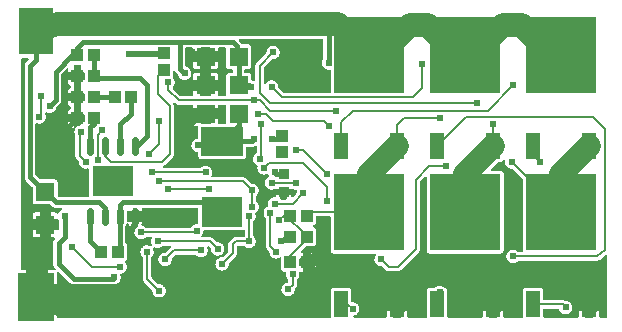
<source format=gtl>
G04 Layer: TopLayer*
G04 EasyEDA v6.2.44, 2019-10-11T09:46:47+02:00*
G04 b694c453db3c4fbcb19a449f5af86211,674c0623d3a246009f606e19fc16e94a,10*
G04 Gerber Generator version 0.2*
G04 Scale: 100 percent, Rotated: No, Reflected: No *
G04 Dimensions in millimeters *
G04 leading zeros omitted , absolute positions ,3 integer and 3 decimal *
%FSLAX33Y33*%
%MOMM*%
G90*
G71D02*

%ADD11C,0.200000*%
%ADD12C,0.399999*%
%ADD13C,0.499999*%
%ADD14C,1.999996*%
%ADD15C,1.799996*%
%ADD16C,0.599999*%
%ADD17C,0.609600*%
%ADD18C,0.620014*%
%ADD19R,2.999994X3.999992*%
%ADD20R,3.499866X2.499995*%
%ADD21R,1.099998X0.999998*%
%ADD22R,0.999998X1.099998*%
%ADD23R,1.600200X1.600200*%
%ADD24R,3.499993X2.499995*%
%ADD25R,1.199998X2.199996*%
%ADD26R,6.000013X6.499987*%
%ADD27R,0.810260X0.810260*%

%LPD*%
G36*
G01X789Y22254D02*
G01X370Y22254D01*
G01X356Y22253D01*
G01X342Y22250D01*
G01X328Y22245D01*
G01X315Y22238D01*
G01X304Y22229D01*
G01X294Y22219D01*
G01X285Y22207D01*
G01X278Y22195D01*
G01X273Y22181D01*
G01X270Y22167D01*
G01X269Y22152D01*
G01X269Y4390D01*
G01X270Y4375D01*
G01X273Y4361D01*
G01X278Y4347D01*
G01X285Y4335D01*
G01X294Y4323D01*
G01X304Y4313D01*
G01X315Y4304D01*
G01X328Y4297D01*
G01X342Y4292D01*
G01X356Y4289D01*
G01X370Y4288D01*
G01X710Y4288D01*
G01X710Y3095D01*
G01X370Y3095D01*
G01X356Y3094D01*
G01X342Y3091D01*
G01X328Y3086D01*
G01X315Y3079D01*
G01X304Y3070D01*
G01X294Y3060D01*
G01X285Y3048D01*
G01X278Y3036D01*
G01X273Y3022D01*
G01X270Y3008D01*
G01X269Y2993D01*
G01X269Y1070D01*
G01X270Y1055D01*
G01X273Y1041D01*
G01X278Y1027D01*
G01X285Y1015D01*
G01X294Y1003D01*
G01X304Y993D01*
G01X315Y984D01*
G01X328Y977D01*
G01X342Y972D01*
G01X356Y969D01*
G01X370Y968D01*
G01X710Y968D01*
G01X710Y370D01*
G01X711Y356D01*
G01X714Y342D01*
G01X719Y328D01*
G01X726Y315D01*
G01X735Y304D01*
G01X745Y294D01*
G01X757Y285D01*
G01X769Y278D01*
G01X783Y273D01*
G01X797Y270D01*
G01X812Y269D01*
G01X2235Y269D01*
G01X2250Y270D01*
G01X2264Y273D01*
G01X2278Y278D01*
G01X2290Y285D01*
G01X2302Y294D01*
G01X2312Y304D01*
G01X2321Y315D01*
G01X2328Y328D01*
G01X2333Y342D01*
G01X2336Y356D01*
G01X2337Y370D01*
G01X2337Y968D01*
G01X3280Y968D01*
G01X3280Y370D01*
G01X3281Y356D01*
G01X3284Y342D01*
G01X3289Y328D01*
G01X3296Y315D01*
G01X3305Y304D01*
G01X3315Y294D01*
G01X3327Y285D01*
G01X3339Y278D01*
G01X3353Y273D01*
G01X3367Y270D01*
G01X3382Y269D01*
G01X26397Y269D01*
G01X26412Y270D01*
G01X26426Y273D01*
G01X26439Y278D01*
G01X26452Y285D01*
G01X26464Y294D01*
G01X26474Y304D01*
G01X26483Y315D01*
G01X26490Y328D01*
G01X26495Y342D01*
G01X26498Y356D01*
G01X26499Y370D01*
G01X26499Y2558D01*
G01X26500Y2581D01*
G01X26503Y2605D01*
G01X26509Y2628D01*
G01X26516Y2650D01*
G01X26526Y2672D01*
G01X26537Y2693D01*
G01X26551Y2712D01*
G01X26566Y2730D01*
G01X26583Y2747D01*
G01X26601Y2762D01*
G01X26620Y2776D01*
G01X26641Y2787D01*
G01X26663Y2797D01*
G01X26685Y2804D01*
G01X26708Y2810D01*
G01X26732Y2813D01*
G01X26755Y2814D01*
G01X27955Y2814D01*
G01X27979Y2813D01*
G01X28002Y2810D01*
G01X28025Y2804D01*
G01X28048Y2797D01*
G01X28070Y2787D01*
G01X28090Y2776D01*
G01X28110Y2762D01*
G01X28128Y2747D01*
G01X28145Y2730D01*
G01X28160Y2712D01*
G01X28173Y2693D01*
G01X28185Y2672D01*
G01X28194Y2650D01*
G01X28202Y2628D01*
G01X28207Y2605D01*
G01X28211Y2581D01*
G01X28212Y2558D01*
G01X28212Y1684D01*
G01X28213Y1669D01*
G01X28216Y1655D01*
G01X28221Y1641D01*
G01X28228Y1629D01*
G01X28237Y1617D01*
G01X28247Y1607D01*
G01X28258Y1598D01*
G01X28271Y1591D01*
G01X28285Y1586D01*
G01X28299Y1583D01*
G01X28313Y1582D01*
G01X28321Y1582D01*
G01X28355Y1581D01*
G01X28389Y1578D01*
G01X28423Y1573D01*
G01X28456Y1566D01*
G01X28489Y1556D01*
G01X28521Y1545D01*
G01X28553Y1532D01*
G01X28584Y1517D01*
G01X28614Y1500D01*
G01X28642Y1482D01*
G01X28670Y1461D01*
G01X28696Y1440D01*
G01X28721Y1416D01*
G01X28745Y1391D01*
G01X28766Y1365D01*
G01X28787Y1337D01*
G01X28805Y1309D01*
G01X28822Y1279D01*
G01X28837Y1248D01*
G01X28850Y1216D01*
G01X28861Y1184D01*
G01X28871Y1151D01*
G01X28878Y1118D01*
G01X28883Y1084D01*
G01X28886Y1050D01*
G01X28887Y1016D01*
G01X28886Y980D01*
G01X28883Y945D01*
G01X28877Y910D01*
G01X28870Y876D01*
G01X28860Y842D01*
G01X28848Y809D01*
G01X28834Y776D01*
G01X28818Y745D01*
G01X28800Y714D01*
G01X28781Y685D01*
G01X28759Y657D01*
G01X28736Y630D01*
G01X28711Y605D01*
G01X28685Y582D01*
G01X28657Y560D01*
G01X28628Y540D01*
G01X28598Y522D01*
G01X28567Y505D01*
G01X28535Y491D01*
G01X28502Y479D01*
G01X28468Y468D01*
G01X28454Y464D01*
G01X28441Y457D01*
G01X28429Y448D01*
G01X28418Y438D01*
G01X28409Y426D01*
G01X28402Y413D01*
G01X28397Y399D01*
G01X28394Y385D01*
G01X28393Y370D01*
G01X28394Y356D01*
G01X28397Y342D01*
G01X28402Y328D01*
G01X28409Y315D01*
G01X28417Y304D01*
G01X28428Y294D01*
G01X28439Y285D01*
G01X28452Y278D01*
G01X28466Y273D01*
G01X28480Y270D01*
G01X28494Y269D01*
G01X31122Y269D01*
G01X31136Y270D01*
G01X31150Y273D01*
G01X31164Y278D01*
G01X31177Y285D01*
G01X31188Y294D01*
G01X31198Y304D01*
G01X31207Y315D01*
G01X31214Y328D01*
G01X31219Y342D01*
G01X31222Y356D01*
G01X31223Y370D01*
G01X31223Y849D01*
G01X31716Y849D01*
G01X31716Y370D01*
G01X31717Y356D01*
G01X31720Y342D01*
G01X31725Y328D01*
G01X31732Y315D01*
G01X31741Y304D01*
G01X31751Y294D01*
G01X31763Y285D01*
G01X31776Y278D01*
G01X31789Y273D01*
G01X31803Y270D01*
G01X31818Y269D01*
G01X32342Y269D01*
G01X32356Y270D01*
G01X32370Y273D01*
G01X32384Y278D01*
G01X32397Y285D01*
G01X32408Y294D01*
G01X32418Y304D01*
G01X32427Y315D01*
G01X32434Y328D01*
G01X32439Y342D01*
G01X32442Y356D01*
G01X32443Y370D01*
G01X32443Y849D01*
G01X32936Y849D01*
G01X32936Y370D01*
G01X32937Y356D01*
G01X32940Y342D01*
G01X32945Y328D01*
G01X32952Y315D01*
G01X32961Y304D01*
G01X32971Y294D01*
G01X32983Y285D01*
G01X32996Y278D01*
G01X33009Y273D01*
G01X33023Y270D01*
G01X33038Y269D01*
G01X34525Y269D01*
G01X34540Y270D01*
G01X34554Y273D01*
G01X34567Y278D01*
G01X34580Y285D01*
G01X34592Y294D01*
G01X34602Y304D01*
G01X34611Y315D01*
G01X34618Y328D01*
G01X34623Y342D01*
G01X34626Y356D01*
G01X34627Y370D01*
G01X34627Y2558D01*
G01X34628Y2581D01*
G01X34631Y2605D01*
G01X34637Y2628D01*
G01X34644Y2650D01*
G01X34654Y2672D01*
G01X34665Y2693D01*
G01X34679Y2712D01*
G01X34694Y2730D01*
G01X34711Y2747D01*
G01X34729Y2762D01*
G01X34748Y2776D01*
G01X34769Y2787D01*
G01X34791Y2797D01*
G01X34813Y2804D01*
G01X34836Y2810D01*
G01X34860Y2813D01*
G01X34883Y2814D01*
G01X35247Y2814D01*
G01X35261Y2815D01*
G01X35276Y2818D01*
G01X35289Y2823D01*
G01X35302Y2830D01*
G01X35314Y2839D01*
G01X35342Y2863D01*
G01X35372Y2884D01*
G01X35404Y2904D01*
G01X35437Y2921D01*
G01X35470Y2936D01*
G01X35505Y2949D01*
G01X35540Y2960D01*
G01X35576Y2968D01*
G01X35613Y2974D01*
G01X35650Y2978D01*
G01X35687Y2979D01*
G01X35721Y2978D01*
G01X35755Y2975D01*
G01X35789Y2970D01*
G01X35822Y2963D01*
G01X35855Y2953D01*
G01X35887Y2942D01*
G01X35919Y2929D01*
G01X35950Y2914D01*
G01X35980Y2897D01*
G01X36008Y2879D01*
G01X36036Y2859D01*
G01X36062Y2837D01*
G01X36074Y2827D01*
G01X36087Y2820D01*
G01X36102Y2815D01*
G01X36116Y2812D01*
G01X36139Y2808D01*
G01X36161Y2802D01*
G01X36183Y2794D01*
G01X36204Y2784D01*
G01X36224Y2772D01*
G01X36243Y2759D01*
G01X36260Y2743D01*
G01X36276Y2727D01*
G01X36290Y2709D01*
G01X36303Y2690D01*
G01X36314Y2669D01*
G01X36323Y2648D01*
G01X36330Y2626D01*
G01X36336Y2604D01*
G01X36339Y2581D01*
G01X36340Y2558D01*
G01X36340Y370D01*
G01X36341Y356D01*
G01X36344Y342D01*
G01X36349Y328D01*
G01X36356Y315D01*
G01X36365Y304D01*
G01X36375Y294D01*
G01X36386Y285D01*
G01X36399Y278D01*
G01X36413Y273D01*
G01X36427Y270D01*
G01X36441Y269D01*
G01X39250Y269D01*
G01X39264Y270D01*
G01X39278Y273D01*
G01X39292Y278D01*
G01X39305Y285D01*
G01X39316Y294D01*
G01X39326Y304D01*
G01X39335Y315D01*
G01X39342Y328D01*
G01X39347Y342D01*
G01X39350Y356D01*
G01X39351Y370D01*
G01X39351Y849D01*
G01X39844Y849D01*
G01X39844Y370D01*
G01X39845Y356D01*
G01X39848Y342D01*
G01X39853Y328D01*
G01X39860Y315D01*
G01X39869Y304D01*
G01X39879Y294D01*
G01X39891Y285D01*
G01X39904Y278D01*
G01X39917Y273D01*
G01X39931Y270D01*
G01X39946Y269D01*
G01X40470Y269D01*
G01X40484Y270D01*
G01X40498Y273D01*
G01X40512Y278D01*
G01X40525Y285D01*
G01X40536Y294D01*
G01X40546Y304D01*
G01X40555Y315D01*
G01X40562Y328D01*
G01X40567Y342D01*
G01X40570Y356D01*
G01X40571Y370D01*
G01X40571Y849D01*
G01X41064Y849D01*
G01X41064Y370D01*
G01X41065Y356D01*
G01X41068Y342D01*
G01X41073Y328D01*
G01X41080Y315D01*
G01X41089Y304D01*
G01X41099Y294D01*
G01X41111Y285D01*
G01X41124Y278D01*
G01X41137Y273D01*
G01X41151Y270D01*
G01X41166Y269D01*
G01X42653Y269D01*
G01X42668Y270D01*
G01X42682Y273D01*
G01X42695Y278D01*
G01X42708Y285D01*
G01X42720Y294D01*
G01X42730Y304D01*
G01X42739Y315D01*
G01X42746Y328D01*
G01X42751Y342D01*
G01X42754Y356D01*
G01X42755Y370D01*
G01X42755Y2558D01*
G01X42756Y2581D01*
G01X42759Y2605D01*
G01X42765Y2628D01*
G01X42772Y2650D01*
G01X42782Y2672D01*
G01X42793Y2693D01*
G01X42807Y2712D01*
G01X42822Y2730D01*
G01X42839Y2747D01*
G01X42857Y2762D01*
G01X42876Y2776D01*
G01X42897Y2787D01*
G01X42919Y2797D01*
G01X42941Y2804D01*
G01X42964Y2810D01*
G01X42988Y2813D01*
G01X43011Y2814D01*
G01X44211Y2814D01*
G01X44235Y2813D01*
G01X44258Y2810D01*
G01X44281Y2804D01*
G01X44304Y2797D01*
G01X44326Y2787D01*
G01X44346Y2776D01*
G01X44366Y2762D01*
G01X44384Y2747D01*
G01X44401Y2730D01*
G01X44416Y2712D01*
G01X44429Y2693D01*
G01X44441Y2672D01*
G01X44450Y2650D01*
G01X44458Y2628D01*
G01X44463Y2605D01*
G01X44467Y2581D01*
G01X44468Y2558D01*
G01X44468Y1855D01*
G01X44469Y1840D01*
G01X44472Y1826D01*
G01X44477Y1812D01*
G01X44484Y1800D01*
G01X44493Y1788D01*
G01X44503Y1778D01*
G01X44514Y1769D01*
G01X44527Y1762D01*
G01X44541Y1757D01*
G01X44555Y1754D01*
G01X44569Y1753D01*
G01X46100Y1753D01*
G01X46133Y1752D01*
G01X46165Y1747D01*
G01X46196Y1740D01*
G01X46227Y1730D01*
G01X46256Y1717D01*
G01X46271Y1711D01*
G01X46286Y1708D01*
G01X46301Y1707D01*
G01X46309Y1707D01*
G01X46354Y1709D01*
G01X46355Y1709D01*
G01X46389Y1708D01*
G01X46423Y1705D01*
G01X46457Y1700D01*
G01X46490Y1693D01*
G01X46523Y1683D01*
G01X46555Y1672D01*
G01X46587Y1659D01*
G01X46618Y1644D01*
G01X46648Y1627D01*
G01X46676Y1609D01*
G01X46704Y1588D01*
G01X46730Y1567D01*
G01X46755Y1543D01*
G01X46779Y1518D01*
G01X46800Y1492D01*
G01X46821Y1464D01*
G01X46839Y1436D01*
G01X46856Y1406D01*
G01X46871Y1375D01*
G01X46884Y1343D01*
G01X46895Y1311D01*
G01X46905Y1278D01*
G01X46912Y1245D01*
G01X46917Y1211D01*
G01X46920Y1177D01*
G01X46921Y1143D01*
G01X46920Y1108D01*
G01X46917Y1074D01*
G01X46912Y1040D01*
G01X46905Y1007D01*
G01X46895Y974D01*
G01X46884Y942D01*
G01X46871Y910D01*
G01X46856Y879D01*
G01X46839Y849D01*
G01X46821Y821D01*
G01X46800Y793D01*
G01X46779Y767D01*
G01X46755Y742D01*
G01X46730Y718D01*
G01X46704Y697D01*
G01X46676Y676D01*
G01X46648Y658D01*
G01X46618Y641D01*
G01X46587Y626D01*
G01X46555Y613D01*
G01X46523Y602D01*
G01X46490Y592D01*
G01X46457Y585D01*
G01X46423Y580D01*
G01X46389Y577D01*
G01X46355Y576D01*
G01X46321Y577D01*
G01X46287Y580D01*
G01X46253Y585D01*
G01X46220Y592D01*
G01X46187Y601D01*
G01X46155Y612D01*
G01X46123Y625D01*
G01X46093Y640D01*
G01X46063Y657D01*
G01X46035Y675D01*
G01X46007Y695D01*
G01X45981Y717D01*
G01X45956Y740D01*
G01X45933Y764D01*
G01X45911Y790D01*
G01X45890Y818D01*
G01X45872Y846D01*
G01X45855Y876D01*
G01X45840Y906D01*
G01X45826Y937D01*
G01X45815Y969D01*
G01X45809Y984D01*
G01X45801Y998D01*
G01X45790Y1010D01*
G01X45778Y1020D01*
G01X45765Y1029D01*
G01X45750Y1035D01*
G01X45734Y1039D01*
G01X45718Y1040D01*
G01X44569Y1040D01*
G01X44555Y1039D01*
G01X44541Y1036D01*
G01X44527Y1031D01*
G01X44514Y1024D01*
G01X44503Y1015D01*
G01X44493Y1005D01*
G01X44484Y993D01*
G01X44477Y981D01*
G01X44472Y967D01*
G01X44469Y953D01*
G01X44468Y938D01*
G01X44468Y370D01*
G01X44469Y356D01*
G01X44472Y342D01*
G01X44477Y328D01*
G01X44484Y315D01*
G01X44493Y304D01*
G01X44503Y294D01*
G01X44514Y285D01*
G01X44527Y278D01*
G01X44541Y273D01*
G01X44555Y270D01*
G01X44569Y269D01*
G01X47378Y269D01*
G01X47392Y270D01*
G01X47406Y273D01*
G01X47420Y278D01*
G01X47433Y285D01*
G01X47444Y294D01*
G01X47454Y304D01*
G01X47463Y315D01*
G01X47470Y328D01*
G01X47475Y342D01*
G01X47478Y356D01*
G01X47479Y370D01*
G01X47479Y849D01*
G01X47972Y849D01*
G01X47972Y370D01*
G01X47973Y356D01*
G01X47976Y342D01*
G01X47981Y328D01*
G01X47988Y315D01*
G01X47997Y304D01*
G01X48007Y294D01*
G01X48019Y285D01*
G01X48032Y278D01*
G01X48045Y273D01*
G01X48059Y270D01*
G01X48074Y269D01*
G01X48598Y269D01*
G01X48612Y270D01*
G01X48626Y273D01*
G01X48640Y278D01*
G01X48653Y285D01*
G01X48664Y294D01*
G01X48674Y304D01*
G01X48683Y315D01*
G01X48690Y328D01*
G01X48695Y342D01*
G01X48698Y356D01*
G01X48699Y370D01*
G01X48699Y849D01*
G01X49192Y849D01*
G01X49192Y370D01*
G01X49193Y356D01*
G01X49196Y342D01*
G01X49201Y328D01*
G01X49208Y315D01*
G01X49217Y304D01*
G01X49227Y294D01*
G01X49239Y285D01*
G01X49252Y278D01*
G01X49265Y273D01*
G01X49279Y270D01*
G01X49294Y269D01*
G01X49794Y269D01*
G01X49808Y270D01*
G01X49822Y273D01*
G01X49836Y278D01*
G01X49849Y285D01*
G01X49860Y294D01*
G01X49870Y304D01*
G01X49879Y315D01*
G01X49886Y328D01*
G01X49891Y342D01*
G01X49894Y356D01*
G01X49895Y370D01*
G01X49895Y5492D01*
G01X49894Y5506D01*
G01X49891Y5520D01*
G01X49886Y5534D01*
G01X49879Y5546D01*
G01X49870Y5558D01*
G01X49860Y5568D01*
G01X49849Y5577D01*
G01X49836Y5584D01*
G01X49822Y5589D01*
G01X49808Y5592D01*
G01X49794Y5593D01*
G01X49777Y5592D01*
G01X49760Y5587D01*
G01X49744Y5580D01*
G01X49730Y5571D01*
G01X49244Y5182D01*
G01X49220Y5164D01*
G01X49194Y5149D01*
G01X49167Y5135D01*
G01X49140Y5124D01*
G01X49111Y5115D01*
G01X49081Y5109D01*
G01X49052Y5105D01*
G01X49022Y5104D01*
G01X42396Y5104D01*
G01X42379Y5103D01*
G01X42363Y5099D01*
G01X42348Y5092D01*
G01X42334Y5083D01*
G01X42322Y5072D01*
G01X42297Y5047D01*
G01X42270Y5023D01*
G01X42242Y5002D01*
G01X42213Y4982D01*
G01X42182Y4964D01*
G01X42150Y4948D01*
G01X42118Y4934D01*
G01X42084Y4922D01*
G01X42050Y4912D01*
G01X42015Y4904D01*
G01X41980Y4898D01*
G01X41945Y4895D01*
G01X41910Y4894D01*
G01X41875Y4895D01*
G01X41841Y4898D01*
G01X41807Y4903D01*
G01X41774Y4910D01*
G01X41741Y4920D01*
G01X41709Y4931D01*
G01X41677Y4944D01*
G01X41646Y4959D01*
G01X41616Y4976D01*
G01X41588Y4994D01*
G01X41560Y5015D01*
G01X41534Y5036D01*
G01X41509Y5060D01*
G01X41485Y5085D01*
G01X41464Y5111D01*
G01X41443Y5139D01*
G01X41425Y5167D01*
G01X41408Y5197D01*
G01X41393Y5228D01*
G01X41380Y5260D01*
G01X41369Y5292D01*
G01X41359Y5325D01*
G01X41352Y5358D01*
G01X41347Y5392D01*
G01X41344Y5426D01*
G01X41343Y5461D01*
G01X41344Y5495D01*
G01X41347Y5529D01*
G01X41352Y5563D01*
G01X41359Y5596D01*
G01X41369Y5629D01*
G01X41380Y5661D01*
G01X41393Y5693D01*
G01X41408Y5724D01*
G01X41425Y5754D01*
G01X41443Y5782D01*
G01X41464Y5810D01*
G01X41485Y5836D01*
G01X41509Y5861D01*
G01X41534Y5885D01*
G01X41560Y5906D01*
G01X41588Y5927D01*
G01X41616Y5945D01*
G01X41646Y5962D01*
G01X41677Y5977D01*
G01X41709Y5990D01*
G01X41741Y6001D01*
G01X41774Y6011D01*
G01X41807Y6018D01*
G01X41841Y6023D01*
G01X41875Y6026D01*
G01X41910Y6027D01*
G01X41945Y6026D01*
G01X41980Y6023D01*
G01X42015Y6017D01*
G01X42050Y6009D01*
G01X42084Y5999D01*
G01X42118Y5987D01*
G01X42150Y5973D01*
G01X42182Y5957D01*
G01X42213Y5939D01*
G01X42242Y5919D01*
G01X42270Y5898D01*
G01X42297Y5874D01*
G01X42322Y5849D01*
G01X42334Y5838D01*
G01X42348Y5829D01*
G01X42363Y5822D01*
G01X42379Y5818D01*
G01X42396Y5817D01*
G01X42618Y5817D01*
G01X42632Y5818D01*
G01X42646Y5821D01*
G01X42660Y5826D01*
G01X42673Y5833D01*
G01X42684Y5842D01*
G01X42695Y5852D01*
G01X42703Y5864D01*
G01X42710Y5876D01*
G01X42715Y5890D01*
G01X42718Y5904D01*
G01X42719Y5919D01*
G01X42719Y5930D01*
G01X42717Y5960D01*
G01X42717Y11981D01*
G01X42716Y11997D01*
G01X42712Y12012D01*
G01X42706Y12027D01*
G01X42698Y12040D01*
G01X42687Y12053D01*
G01X41874Y12865D01*
G01X41862Y12876D01*
G01X41849Y12884D01*
G01X41834Y12890D01*
G01X41818Y12894D01*
G01X41802Y12895D01*
G01X41783Y12895D01*
G01X41748Y12896D01*
G01X41714Y12899D01*
G01X41680Y12904D01*
G01X41647Y12911D01*
G01X41614Y12921D01*
G01X41582Y12932D01*
G01X41550Y12945D01*
G01X41519Y12960D01*
G01X41489Y12977D01*
G01X41461Y12995D01*
G01X41433Y13016D01*
G01X41407Y13037D01*
G01X41382Y13061D01*
G01X41358Y13086D01*
G01X41337Y13112D01*
G01X41316Y13140D01*
G01X41298Y13168D01*
G01X41281Y13198D01*
G01X41266Y13229D01*
G01X41253Y13261D01*
G01X41242Y13293D01*
G01X41232Y13326D01*
G01X41225Y13359D01*
G01X41220Y13393D01*
G01X41217Y13427D01*
G01X41216Y13461D01*
G01X41218Y13508D01*
G01X41218Y13516D01*
G01X41217Y13531D01*
G01X41214Y13545D01*
G01X41209Y13559D01*
G01X41202Y13571D01*
G01X41193Y13583D01*
G01X41183Y13593D01*
G01X41172Y13602D01*
G01X41159Y13609D01*
G01X41145Y13614D01*
G01X41131Y13617D01*
G01X41117Y13618D01*
G01X41102Y13617D01*
G01X41087Y13613D01*
G01X41073Y13608D01*
G01X41060Y13600D01*
G01X41048Y13591D01*
G01X41038Y13580D01*
G01X41029Y13568D01*
G01X41016Y13547D01*
G01X41001Y13528D01*
G01X40984Y13511D01*
G01X40965Y13495D01*
G01X40946Y13481D01*
G01X40925Y13469D01*
G01X40902Y13459D01*
G01X40879Y13451D01*
G01X40856Y13446D01*
G01X40832Y13442D01*
G01X40808Y13441D01*
G01X40670Y13441D01*
G01X40654Y13440D01*
G01X40639Y13436D01*
G01X40624Y13430D01*
G01X40610Y13422D01*
G01X40598Y13411D01*
G01X40077Y12889D01*
G01X40066Y12877D01*
G01X40058Y12864D01*
G01X40052Y12849D01*
G01X40048Y12834D01*
G01X40047Y12818D01*
G01X40048Y12803D01*
G01X40051Y12789D01*
G01X40056Y12775D01*
G01X40063Y12763D01*
G01X40072Y12751D01*
G01X40082Y12741D01*
G01X40094Y12732D01*
G01X40106Y12725D01*
G01X40120Y12720D01*
G01X40134Y12717D01*
G01X40148Y12716D01*
G01X40845Y12716D01*
G01X40869Y12715D01*
G01X40893Y12712D01*
G01X40916Y12706D01*
G01X40938Y12699D01*
G01X40960Y12689D01*
G01X40981Y12678D01*
G01X41000Y12664D01*
G01X41018Y12649D01*
G01X41035Y12632D01*
G01X41050Y12614D01*
G01X41064Y12595D01*
G01X41075Y12574D01*
G01X41085Y12552D01*
G01X41092Y12530D01*
G01X41098Y12507D01*
G01X41101Y12483D01*
G01X41102Y12459D01*
G01X41102Y5960D01*
G01X41101Y5936D01*
G01X41098Y5912D01*
G01X41092Y5889D01*
G01X41085Y5867D01*
G01X41075Y5845D01*
G01X41064Y5825D01*
G01X41050Y5805D01*
G01X41035Y5787D01*
G01X41018Y5770D01*
G01X41000Y5755D01*
G01X40981Y5741D01*
G01X40960Y5730D01*
G01X40938Y5720D01*
G01X40916Y5713D01*
G01X40893Y5707D01*
G01X40869Y5704D01*
G01X40845Y5703D01*
G01X36695Y5703D01*
G01X36676Y5701D01*
G01X36657Y5696D01*
G01X36624Y5684D01*
G01X36590Y5674D01*
G01X36555Y5666D01*
G01X36520Y5660D01*
G01X36484Y5657D01*
G01X36449Y5656D01*
G01X36413Y5657D01*
G01X36377Y5660D01*
G01X36342Y5666D01*
G01X36307Y5674D01*
G01X36273Y5684D01*
G01X36240Y5696D01*
G01X36221Y5701D01*
G01X36202Y5703D01*
G01X34846Y5703D01*
G01X34822Y5704D01*
G01X34798Y5707D01*
G01X34775Y5713D01*
G01X34753Y5720D01*
G01X34731Y5730D01*
G01X34710Y5741D01*
G01X34691Y5755D01*
G01X34673Y5770D01*
G01X34656Y5787D01*
G01X34641Y5805D01*
G01X34627Y5825D01*
G01X34616Y5845D01*
G01X34606Y5867D01*
G01X34599Y5889D01*
G01X34593Y5912D01*
G01X34590Y5936D01*
G01X34589Y5960D01*
G01X34589Y12122D01*
G01X34588Y12137D01*
G01X34585Y12151D01*
G01X34580Y12165D01*
G01X34573Y12177D01*
G01X34564Y12189D01*
G01X34554Y12199D01*
G01X34542Y12208D01*
G01X34530Y12215D01*
G01X34516Y12220D01*
G01X34502Y12223D01*
G01X34487Y12224D01*
G01X34471Y12223D01*
G01X34456Y12219D01*
G01X34441Y12213D01*
G01X34428Y12205D01*
G01X34416Y12194D01*
G01X34041Y11820D01*
G01X34030Y11807D01*
G01X34022Y11794D01*
G01X34016Y11779D01*
G01X34012Y11764D01*
G01X34011Y11748D01*
G01X34011Y6095D01*
G01X34010Y6068D01*
G01X34007Y6040D01*
G01X34001Y6012D01*
G01X33994Y5985D01*
G01X33984Y5959D01*
G01X33972Y5934D01*
G01X33959Y5909D01*
G01X33943Y5886D01*
G01X33926Y5864D01*
G01X33907Y5843D01*
G01X32383Y4319D01*
G01X32362Y4300D01*
G01X32340Y4283D01*
G01X32317Y4267D01*
G01X32292Y4254D01*
G01X32267Y4242D01*
G01X32241Y4232D01*
G01X32214Y4225D01*
G01X32186Y4219D01*
G01X32158Y4216D01*
G01X32131Y4215D01*
G01X31369Y4215D01*
G01X31341Y4216D01*
G01X31313Y4219D01*
G01X31285Y4225D01*
G01X31258Y4232D01*
G01X31232Y4242D01*
G01X31207Y4254D01*
G01X31182Y4267D01*
G01X31159Y4283D01*
G01X31137Y4300D01*
G01X31116Y4319D01*
G01X30820Y4616D01*
G01X30808Y4626D01*
G01X30794Y4634D01*
G01X30780Y4640D01*
G01X30764Y4644D01*
G01X30748Y4645D01*
G01X30734Y4645D01*
G01X30700Y4646D01*
G01X30666Y4649D01*
G01X30632Y4654D01*
G01X30599Y4661D01*
G01X30566Y4671D01*
G01X30534Y4682D01*
G01X30503Y4695D01*
G01X30473Y4709D01*
G01X30443Y4726D01*
G01X30415Y4745D01*
G01X30387Y4765D01*
G01X30361Y4786D01*
G01X30313Y4834D01*
G01X30292Y4860D01*
G01X30272Y4888D01*
G01X30253Y4916D01*
G01X30236Y4946D01*
G01X30222Y4976D01*
G01X30209Y5007D01*
G01X30198Y5039D01*
G01X30188Y5072D01*
G01X30181Y5105D01*
G01X30176Y5139D01*
G01X30173Y5173D01*
G01X30172Y5207D01*
G01X30173Y5242D01*
G01X30177Y5278D01*
G01X30182Y5313D01*
G01X30190Y5348D01*
G01X30201Y5383D01*
G01X30213Y5416D01*
G01X30227Y5449D01*
G01X30244Y5481D01*
G01X30262Y5512D01*
G01X30283Y5541D01*
G01X30291Y5555D01*
G01X30298Y5570D01*
G01X30301Y5585D01*
G01X30303Y5601D01*
G01X30302Y5616D01*
G01X30299Y5630D01*
G01X30293Y5644D01*
G01X30287Y5656D01*
G01X30278Y5668D01*
G01X30268Y5678D01*
G01X30256Y5687D01*
G01X30243Y5694D01*
G01X30230Y5699D01*
G01X30216Y5702D01*
G01X30201Y5703D01*
G01X26718Y5703D01*
G01X26694Y5704D01*
G01X26670Y5707D01*
G01X26647Y5713D01*
G01X26625Y5720D01*
G01X26603Y5730D01*
G01X26582Y5741D01*
G01X26563Y5755D01*
G01X26545Y5770D01*
G01X26528Y5787D01*
G01X26513Y5805D01*
G01X26499Y5825D01*
G01X26488Y5845D01*
G01X26478Y5867D01*
G01X26471Y5889D01*
G01X26465Y5912D01*
G01X26462Y5936D01*
G01X26461Y5960D01*
G01X26461Y8751D01*
G01X26460Y8766D01*
G01X26457Y8780D01*
G01X26452Y8794D01*
G01X26445Y8806D01*
G01X26436Y8818D01*
G01X26426Y8828D01*
G01X26414Y8837D01*
G01X26402Y8844D01*
G01X26388Y8849D01*
G01X26374Y8852D01*
G01X26359Y8853D01*
G01X25307Y8853D01*
G01X25292Y8852D01*
G01X25278Y8849D01*
G01X25265Y8844D01*
G01X25252Y8837D01*
G01X25240Y8828D01*
G01X25230Y8818D01*
G01X25221Y8806D01*
G01X25214Y8794D01*
G01X25209Y8780D01*
G01X25206Y8766D01*
G01X25205Y8751D01*
G01X25205Y8340D01*
G01X25204Y8315D01*
G01X25200Y8291D01*
G01X25195Y8267D01*
G01X25187Y8244D01*
G01X25176Y8222D01*
G01X25164Y8200D01*
G01X25150Y8180D01*
G01X25134Y8162D01*
G01X25116Y8145D01*
G01X25097Y8130D01*
G01X25076Y8117D01*
G01X25054Y8106D01*
G01X25031Y8097D01*
G01X25017Y8090D01*
G01X25004Y8082D01*
G01X24992Y8072D01*
G01X24981Y8060D01*
G01X24973Y8046D01*
G01X24967Y8032D01*
G01X24964Y8016D01*
G01X24963Y8001D01*
G01X24964Y7985D01*
G01X24967Y7969D01*
G01X24973Y7955D01*
G01X24981Y7941D01*
G01X24992Y7929D01*
G01X25004Y7919D01*
G01X25017Y7911D01*
G01X25031Y7904D01*
G01X25054Y7895D01*
G01X25076Y7884D01*
G01X25097Y7871D01*
G01X25116Y7856D01*
G01X25134Y7839D01*
G01X25150Y7821D01*
G01X25164Y7801D01*
G01X25176Y7779D01*
G01X25187Y7757D01*
G01X25195Y7734D01*
G01X25200Y7710D01*
G01X25204Y7686D01*
G01X25205Y7662D01*
G01X25205Y6562D01*
G01X25204Y6538D01*
G01X25201Y6514D01*
G01X25195Y6491D01*
G01X25188Y6469D01*
G01X25178Y6447D01*
G01X25167Y6426D01*
G01X25153Y6407D01*
G01X25138Y6389D01*
G01X25121Y6372D01*
G01X25103Y6357D01*
G01X25084Y6343D01*
G01X25063Y6332D01*
G01X25041Y6322D01*
G01X25019Y6315D01*
G01X24996Y6309D01*
G01X24972Y6306D01*
G01X24949Y6305D01*
G01X24377Y6305D01*
G01X24361Y6304D01*
G01X24346Y6300D01*
G01X24331Y6294D01*
G01X24318Y6286D01*
G01X24305Y6275D01*
G01X24255Y6224D01*
G01X23963Y5932D01*
G01X23952Y5920D01*
G01X23944Y5907D01*
G01X23938Y5892D01*
G01X23934Y5877D01*
G01X23933Y5861D01*
G01X23934Y5846D01*
G01X23937Y5832D01*
G01X23942Y5818D01*
G01X23949Y5806D01*
G01X23958Y5794D01*
G01X23968Y5784D01*
G01X23980Y5775D01*
G01X23992Y5768D01*
G01X24006Y5763D01*
G01X24020Y5760D01*
G01X24035Y5759D01*
G01X24135Y5759D01*
G01X24135Y5291D01*
G01X23907Y5291D01*
G01X23892Y5290D01*
G01X23878Y5287D01*
G01X23865Y5282D01*
G01X23852Y5275D01*
G01X23840Y5266D01*
G01X23830Y5256D01*
G01X23821Y5244D01*
G01X23814Y5232D01*
G01X23809Y5218D01*
G01X23806Y5204D01*
G01X23805Y5189D01*
G01X23805Y4716D01*
G01X23806Y4701D01*
G01X23809Y4687D01*
G01X23814Y4673D01*
G01X23821Y4661D01*
G01X23830Y4649D01*
G01X23840Y4639D01*
G01X23852Y4630D01*
G01X23865Y4623D01*
G01X23878Y4618D01*
G01X23892Y4615D01*
G01X23907Y4614D01*
G01X24135Y4614D01*
G01X24135Y4146D01*
G01X23949Y4146D01*
G01X23909Y4149D01*
G01X23894Y4150D01*
G01X23879Y4149D01*
G01X23865Y4146D01*
G01X23852Y4141D01*
G01X23839Y4134D01*
G01X23827Y4125D01*
G01X23817Y4115D01*
G01X23808Y4104D01*
G01X23801Y4091D01*
G01X23796Y4077D01*
G01X23793Y4063D01*
G01X23792Y4049D01*
G01X23794Y4031D01*
G01X23800Y3984D01*
G01X23802Y3937D01*
G01X23801Y3902D01*
G01X23798Y3867D01*
G01X23792Y3832D01*
G01X23785Y3798D01*
G01X23775Y3765D01*
G01X23763Y3732D01*
G01X23750Y3700D01*
G01X23734Y3669D01*
G01X23716Y3639D01*
G01X23697Y3610D01*
G01X23676Y3582D01*
G01X23653Y3556D01*
G01X23628Y3531D01*
G01X23618Y3519D01*
G01X23609Y3505D01*
G01X23602Y3490D01*
G01X23598Y3474D01*
G01X23597Y3457D01*
G01X23597Y3047D01*
G01X23596Y3020D01*
G01X23593Y2992D01*
G01X23587Y2964D01*
G01X23580Y2937D01*
G01X23570Y2911D01*
G01X23558Y2886D01*
G01X23545Y2861D01*
G01X23529Y2838D01*
G01X23512Y2816D01*
G01X23493Y2795D01*
G01X23450Y2753D01*
G01X23440Y2741D01*
G01X23432Y2727D01*
G01X23426Y2713D01*
G01X23422Y2697D01*
G01X23421Y2681D01*
G01X23421Y2667D01*
G01X23420Y2633D01*
G01X23417Y2599D01*
G01X23412Y2565D01*
G01X23405Y2532D01*
G01X23395Y2499D01*
G01X23384Y2467D01*
G01X23371Y2436D01*
G01X23357Y2406D01*
G01X23340Y2376D01*
G01X23321Y2348D01*
G01X23301Y2320D01*
G01X23280Y2294D01*
G01X23232Y2246D01*
G01X23206Y2225D01*
G01X23178Y2205D01*
G01X23150Y2186D01*
G01X23120Y2169D01*
G01X23090Y2155D01*
G01X23059Y2142D01*
G01X23027Y2131D01*
G01X22994Y2121D01*
G01X22961Y2114D01*
G01X22927Y2109D01*
G01X22893Y2106D01*
G01X22860Y2105D01*
G01X22826Y2106D01*
G01X22792Y2109D01*
G01X22758Y2114D01*
G01X22725Y2121D01*
G01X22692Y2131D01*
G01X22660Y2142D01*
G01X22629Y2155D01*
G01X22599Y2169D01*
G01X22569Y2186D01*
G01X22541Y2205D01*
G01X22513Y2225D01*
G01X22487Y2246D01*
G01X22439Y2294D01*
G01X22418Y2320D01*
G01X22398Y2348D01*
G01X22379Y2376D01*
G01X22362Y2406D01*
G01X22348Y2436D01*
G01X22335Y2467D01*
G01X22324Y2499D01*
G01X22314Y2532D01*
G01X22307Y2565D01*
G01X22302Y2599D01*
G01X22299Y2633D01*
G01X22298Y2667D01*
G01X22299Y2700D01*
G01X22302Y2734D01*
G01X22307Y2768D01*
G01X22315Y2801D01*
G01X22324Y2834D01*
G01X22335Y2866D01*
G01X22348Y2898D01*
G01X22363Y2928D01*
G01X22380Y2958D01*
G01X22398Y2986D01*
G01X22418Y3014D01*
G01X22440Y3040D01*
G01X22463Y3064D01*
G01X22488Y3088D01*
G01X22514Y3109D01*
G01X22542Y3129D01*
G01X22571Y3148D01*
G01X22600Y3164D01*
G01X22631Y3179D01*
G01X22662Y3192D01*
G01X22694Y3203D01*
G01X22727Y3212D01*
G01X22761Y3219D01*
G01X22794Y3224D01*
G01X22809Y3227D01*
G01X22823Y3232D01*
G01X22836Y3238D01*
G01X22848Y3247D01*
G01X22858Y3257D01*
G01X22867Y3269D01*
G01X22874Y3282D01*
G01X22880Y3296D01*
G01X22883Y3310D01*
G01X22884Y3325D01*
G01X22884Y3457D01*
G01X22883Y3474D01*
G01X22879Y3490D01*
G01X22872Y3505D01*
G01X22863Y3519D01*
G01X22853Y3531D01*
G01X22828Y3556D01*
G01X22805Y3582D01*
G01X22784Y3610D01*
G01X22765Y3639D01*
G01X22747Y3669D01*
G01X22731Y3700D01*
G01X22718Y3732D01*
G01X22706Y3765D01*
G01X22696Y3798D01*
G01X22689Y3832D01*
G01X22683Y3867D01*
G01X22680Y3902D01*
G01X22679Y3936D01*
G01X22679Y3937D01*
G01X22681Y3982D01*
G01X22687Y4028D01*
G01X22688Y4044D01*
G01X22687Y4059D01*
G01X22684Y4073D01*
G01X22679Y4087D01*
G01X22672Y4099D01*
G01X22663Y4111D01*
G01X22653Y4121D01*
G01X22641Y4130D01*
G01X22629Y4137D01*
G01X22615Y4142D01*
G01X22601Y4145D01*
G01X22586Y4146D01*
G01X22549Y4146D01*
G01X22525Y4147D01*
G01X22501Y4150D01*
G01X22478Y4156D01*
G01X22456Y4163D01*
G01X22434Y4173D01*
G01X22414Y4184D01*
G01X22394Y4198D01*
G01X22376Y4213D01*
G01X22359Y4230D01*
G01X22344Y4248D01*
G01X22330Y4267D01*
G01X22319Y4288D01*
G01X22309Y4310D01*
G01X22302Y4332D01*
G01X22296Y4355D01*
G01X22293Y4379D01*
G01X22292Y4403D01*
G01X22292Y5277D01*
G01X22291Y5291D01*
G01X22288Y5305D01*
G01X22283Y5319D01*
G01X22276Y5332D01*
G01X22267Y5343D01*
G01X22257Y5353D01*
G01X22245Y5362D01*
G01X22233Y5369D01*
G01X22219Y5374D01*
G01X22205Y5377D01*
G01X22190Y5378D01*
G01X22172Y5376D01*
G01X22154Y5371D01*
G01X22137Y5363D01*
G01X22107Y5346D01*
G01X22077Y5331D01*
G01X22045Y5318D01*
G01X22013Y5306D01*
G01X21980Y5297D01*
G01X21946Y5290D01*
G01X21912Y5284D01*
G01X21878Y5281D01*
G01X21844Y5280D01*
G01X21810Y5281D01*
G01X21776Y5284D01*
G01X21742Y5289D01*
G01X21709Y5296D01*
G01X21676Y5306D01*
G01X21644Y5317D01*
G01X21613Y5330D01*
G01X21583Y5344D01*
G01X21553Y5361D01*
G01X21525Y5380D01*
G01X21497Y5400D01*
G01X21471Y5421D01*
G01X21423Y5469D01*
G01X21402Y5495D01*
G01X21382Y5523D01*
G01X21363Y5551D01*
G01X21346Y5581D01*
G01X21332Y5611D01*
G01X21319Y5642D01*
G01X21308Y5674D01*
G01X21298Y5707D01*
G01X21291Y5740D01*
G01X21286Y5774D01*
G01X21283Y5808D01*
G01X21282Y5842D01*
G01X21282Y5856D01*
G01X21281Y5872D01*
G01X21277Y5888D01*
G01X21271Y5902D01*
G01X21263Y5916D01*
G01X21253Y5928D01*
G01X21083Y6097D01*
G01X21064Y6118D01*
G01X21047Y6140D01*
G01X21031Y6163D01*
G01X21018Y6188D01*
G01X21006Y6213D01*
G01X20996Y6239D01*
G01X20989Y6266D01*
G01X20983Y6294D01*
G01X20980Y6322D01*
G01X20979Y6349D01*
G01X20979Y8664D01*
G01X20978Y8681D01*
G01X20974Y8697D01*
G01X20967Y8712D01*
G01X20958Y8726D01*
G01X20948Y8738D01*
G01X20923Y8763D01*
G01X20900Y8789D01*
G01X20879Y8817D01*
G01X20860Y8846D01*
G01X20842Y8876D01*
G01X20826Y8907D01*
G01X20813Y8939D01*
G01X20801Y8972D01*
G01X20791Y9005D01*
G01X20784Y9039D01*
G01X20778Y9074D01*
G01X20775Y9109D01*
G01X20774Y9143D01*
G01X20774Y9144D01*
G01X20775Y9178D01*
G01X20778Y9211D01*
G01X20783Y9245D01*
G01X20791Y9278D01*
G01X20800Y9311D01*
G01X20811Y9343D01*
G01X20824Y9375D01*
G01X20839Y9406D01*
G01X20856Y9435D01*
G01X20874Y9464D01*
G01X20895Y9491D01*
G01X20917Y9517D01*
G01X20940Y9542D01*
G01X20965Y9565D01*
G01X20991Y9587D01*
G01X21019Y9607D01*
G01X21048Y9625D01*
G01X21077Y9642D01*
G01X21108Y9657D01*
G01X21121Y9664D01*
G01X21133Y9672D01*
G01X21143Y9682D01*
G01X21152Y9694D01*
G01X21159Y9707D01*
G01X21164Y9721D01*
G01X21167Y9735D01*
G01X21168Y9750D01*
G01X21166Y9773D01*
G01X21157Y9817D01*
G01X21152Y9861D01*
G01X21150Y9905D01*
G01X21151Y9940D01*
G01X21154Y9974D01*
G01X21159Y10008D01*
G01X21166Y10041D01*
G01X21176Y10074D01*
G01X21187Y10106D01*
G01X21200Y10138D01*
G01X21215Y10168D01*
G01X21231Y10198D01*
G01X21250Y10227D01*
G01X21270Y10255D01*
G01X21292Y10281D01*
G01X21316Y10306D01*
G01X21340Y10329D01*
G01X21367Y10351D01*
G01X21394Y10371D01*
G01X21423Y10390D01*
G01X21453Y10407D01*
G01X21483Y10422D01*
G01X21515Y10435D01*
G01X21547Y10446D01*
G01X21580Y10455D01*
G01X21613Y10463D01*
G01X21647Y10468D01*
G01X21681Y10471D01*
G01X21715Y10472D01*
G01X21730Y10473D01*
G01X21744Y10476D01*
G01X21758Y10481D01*
G01X21770Y10488D01*
G01X21782Y10497D01*
G01X21792Y10507D01*
G01X21801Y10519D01*
G01X21808Y10531D01*
G01X21813Y10545D01*
G01X21816Y10559D01*
G01X21817Y10574D01*
G01X21817Y10655D01*
G01X22212Y10655D01*
G01X22212Y10364D01*
G01X22213Y10349D01*
G01X22217Y10335D01*
G01X22222Y10321D01*
G01X22229Y10309D01*
G01X22237Y10297D01*
G01X22248Y10287D01*
G01X22259Y10278D01*
G01X22272Y10271D01*
G01X22285Y10266D01*
G01X22300Y10263D01*
G01X22314Y10262D01*
G01X22643Y10262D01*
G01X22657Y10263D01*
G01X22672Y10266D01*
G01X22685Y10271D01*
G01X22698Y10278D01*
G01X22709Y10287D01*
G01X22720Y10297D01*
G01X22728Y10309D01*
G01X22735Y10321D01*
G01X22740Y10335D01*
G01X22744Y10349D01*
G01X22745Y10364D01*
G01X22745Y10655D01*
G01X23140Y10655D01*
G01X23140Y10555D01*
G01X23141Y10540D01*
G01X23144Y10526D01*
G01X23149Y10512D01*
G01X23156Y10500D01*
G01X23165Y10488D01*
G01X23175Y10478D01*
G01X23187Y10469D01*
G01X23200Y10462D01*
G01X23213Y10457D01*
G01X23227Y10454D01*
G01X23242Y10453D01*
G01X23258Y10454D01*
G01X23273Y10458D01*
G01X23288Y10464D01*
G01X23301Y10472D01*
G01X23314Y10483D01*
G01X23533Y10703D01*
G01X23544Y10715D01*
G01X23552Y10728D01*
G01X23558Y10743D01*
G01X23562Y10759D01*
G01X23563Y10775D01*
G01X23563Y10795D01*
G01X23564Y10833D01*
G01X23568Y10871D01*
G01X23574Y10908D01*
G01X23583Y10945D01*
G01X23595Y10982D01*
G01X23599Y10998D01*
G01X23601Y11015D01*
G01X23599Y11030D01*
G01X23596Y11044D01*
G01X23591Y11058D01*
G01X23584Y11070D01*
G01X23576Y11082D01*
G01X23565Y11092D01*
G01X23554Y11101D01*
G01X23541Y11108D01*
G01X23528Y11113D01*
G01X23513Y11116D01*
G01X23499Y11117D01*
G01X23495Y11117D01*
G01X23458Y11118D01*
G01X23421Y11122D01*
G01X23385Y11128D01*
G01X23350Y11136D01*
G01X23315Y11146D01*
G01X23280Y11159D01*
G01X23241Y11177D01*
G01X23226Y11183D01*
G01X23211Y11186D01*
G01X23196Y11188D01*
G01X22745Y11188D01*
G01X22745Y11225D01*
G01X22744Y11240D01*
G01X22740Y11254D01*
G01X22735Y11268D01*
G01X22728Y11280D01*
G01X22720Y11292D01*
G01X22709Y11302D01*
G01X22698Y11311D01*
G01X22685Y11318D01*
G01X22672Y11323D01*
G01X22657Y11326D01*
G01X22643Y11327D01*
G01X22314Y11327D01*
G01X22300Y11326D01*
G01X22285Y11323D01*
G01X22272Y11318D01*
G01X22259Y11311D01*
G01X22248Y11302D01*
G01X22237Y11292D01*
G01X22229Y11280D01*
G01X22222Y11268D01*
G01X22217Y11254D01*
G01X22213Y11240D01*
G01X22212Y11225D01*
G01X22212Y11188D01*
G01X21761Y11188D01*
G01X21746Y11186D01*
G01X21731Y11183D01*
G01X21716Y11177D01*
G01X21677Y11159D01*
G01X21642Y11146D01*
G01X21607Y11136D01*
G01X21572Y11128D01*
G01X21536Y11122D01*
G01X21499Y11118D01*
G01X21463Y11117D01*
G01X21428Y11118D01*
G01X21394Y11121D01*
G01X21360Y11126D01*
G01X21327Y11133D01*
G01X21294Y11143D01*
G01X21262Y11154D01*
G01X21230Y11167D01*
G01X21199Y11182D01*
G01X21169Y11199D01*
G01X21141Y11217D01*
G01X21113Y11238D01*
G01X21087Y11259D01*
G01X21062Y11283D01*
G01X21038Y11308D01*
G01X21017Y11334D01*
G01X20996Y11362D01*
G01X20978Y11390D01*
G01X20961Y11420D01*
G01X20946Y11451D01*
G01X20933Y11483D01*
G01X20922Y11515D01*
G01X20912Y11548D01*
G01X20905Y11581D01*
G01X20900Y11615D01*
G01X20897Y11649D01*
G01X20896Y11684D01*
G01X20897Y11718D01*
G01X20900Y11753D01*
G01X20906Y11788D01*
G01X20913Y11822D01*
G01X20923Y11856D01*
G01X20934Y11889D01*
G01X20948Y11921D01*
G01X20964Y11952D01*
G01X20981Y11983D01*
G01X21001Y12012D01*
G01X21022Y12040D01*
G01X21045Y12066D01*
G01X21069Y12091D01*
G01X21095Y12115D01*
G01X21122Y12137D01*
G01X21151Y12157D01*
G01X21181Y12175D01*
G01X21193Y12184D01*
G01X21204Y12194D01*
G01X21214Y12206D01*
G01X21222Y12219D01*
G01X21227Y12233D01*
G01X21231Y12248D01*
G01X21232Y12263D01*
G01X21230Y12280D01*
G01X21226Y12295D01*
G01X21220Y12311D01*
G01X21203Y12345D01*
G01X21189Y12381D01*
G01X21182Y12395D01*
G01X21174Y12408D01*
G01X21164Y12420D01*
G01X21152Y12429D01*
G01X21138Y12437D01*
G01X21124Y12443D01*
G01X21109Y12447D01*
G01X21093Y12448D01*
G01X21073Y12446D01*
G01X21053Y12439D01*
G01X21017Y12425D01*
G01X20980Y12413D01*
G01X20943Y12404D01*
G01X20904Y12397D01*
G01X20866Y12393D01*
G01X20828Y12392D01*
G01X20794Y12393D01*
G01X20760Y12396D01*
G01X20726Y12401D01*
G01X20693Y12408D01*
G01X20660Y12418D01*
G01X20628Y12429D01*
G01X20597Y12442D01*
G01X20567Y12456D01*
G01X20537Y12473D01*
G01X20509Y12492D01*
G01X20481Y12512D01*
G01X20455Y12533D01*
G01X20407Y12581D01*
G01X20386Y12607D01*
G01X20366Y12635D01*
G01X20347Y12663D01*
G01X20330Y12693D01*
G01X20316Y12723D01*
G01X20303Y12754D01*
G01X20292Y12786D01*
G01X20282Y12819D01*
G01X20275Y12852D01*
G01X20270Y12886D01*
G01X20267Y12920D01*
G01X20266Y12954D01*
G01X20268Y12997D01*
G01X20273Y13041D01*
G01X20281Y13084D01*
G01X20284Y13107D01*
G01X20283Y13122D01*
G01X20280Y13136D01*
G01X20275Y13150D01*
G01X20268Y13163D01*
G01X20259Y13175D01*
G01X20248Y13185D01*
G01X20236Y13194D01*
G01X20223Y13201D01*
G01X20192Y13215D01*
G01X20162Y13232D01*
G01X20133Y13250D01*
G01X20105Y13270D01*
G01X20078Y13292D01*
G01X20053Y13315D01*
G01X20030Y13340D01*
G01X20007Y13366D01*
G01X19987Y13393D01*
G01X19968Y13422D01*
G01X19951Y13452D01*
G01X19936Y13483D01*
G01X19922Y13514D01*
G01X19911Y13547D01*
G01X19902Y13580D01*
G01X19895Y13613D01*
G01X19889Y13647D01*
G01X19886Y13681D01*
G01X19885Y13715D01*
G01X19885Y13716D01*
G01X19886Y13750D01*
G01X19889Y13785D01*
G01X19895Y13819D01*
G01X19902Y13852D01*
G01X19912Y13886D01*
G01X19923Y13918D01*
G01X19937Y13950D01*
G01X19952Y13981D01*
G01X19969Y14011D01*
G01X19988Y14040D01*
G01X20009Y14068D01*
G01X20032Y14094D01*
G01X20056Y14119D01*
G01X20081Y14142D01*
G01X20108Y14164D01*
G01X20137Y14184D01*
G01X20166Y14202D01*
G01X20179Y14210D01*
G01X20190Y14221D01*
G01X20199Y14233D01*
G01X20207Y14246D01*
G01X20212Y14260D01*
G01X20216Y14275D01*
G01X20217Y14290D01*
G01X20217Y14728D01*
G01X20216Y14742D01*
G01X20213Y14756D01*
G01X20208Y14770D01*
G01X20201Y14783D01*
G01X20192Y14794D01*
G01X20182Y14804D01*
G01X20170Y14813D01*
G01X20158Y14820D01*
G01X20144Y14825D01*
G01X20130Y14828D01*
G01X20115Y14829D01*
G01X20088Y14826D01*
G01X20034Y14813D01*
G01X20016Y14808D01*
G01X19999Y14800D01*
G01X19972Y14785D01*
G01X19944Y14772D01*
G01X19915Y14761D01*
G01X19886Y14752D01*
G01X19856Y14744D01*
G01X19825Y14739D01*
G01X19794Y14736D01*
G01X19763Y14735D01*
G01X19380Y14735D01*
G01X19365Y14734D01*
G01X19351Y14731D01*
G01X19337Y14726D01*
G01X19325Y14719D01*
G01X19313Y14710D01*
G01X19303Y14700D01*
G01X19294Y14688D01*
G01X19287Y14676D01*
G01X19282Y14662D01*
G01X19279Y14648D01*
G01X19278Y14633D01*
G01X19278Y13942D01*
G01X19277Y13918D01*
G01X19274Y13895D01*
G01X19268Y13872D01*
G01X19261Y13849D01*
G01X19251Y13827D01*
G01X19240Y13807D01*
G01X19226Y13787D01*
G01X19211Y13769D01*
G01X19194Y13752D01*
G01X19176Y13737D01*
G01X19157Y13724D01*
G01X19136Y13712D01*
G01X19114Y13703D01*
G01X19092Y13695D01*
G01X19069Y13690D01*
G01X19045Y13686D01*
G01X19022Y13685D01*
G01X15521Y13685D01*
G01X15498Y13686D01*
G01X15474Y13690D01*
G01X15451Y13695D01*
G01X15429Y13703D01*
G01X15407Y13712D01*
G01X15386Y13724D01*
G01X15367Y13737D01*
G01X15349Y13752D01*
G01X15332Y13769D01*
G01X15317Y13787D01*
G01X15303Y13807D01*
G01X15292Y13827D01*
G01X15282Y13849D01*
G01X15275Y13872D01*
G01X15269Y13895D01*
G01X15266Y13918D01*
G01X15265Y13942D01*
G01X15265Y14200D01*
G01X15264Y14215D01*
G01X15261Y14229D01*
G01X15255Y14243D01*
G01X15248Y14256D01*
G01X15239Y14268D01*
G01X15229Y14278D01*
G01X15217Y14286D01*
G01X15203Y14293D01*
G01X15189Y14298D01*
G01X15175Y14301D01*
G01X15141Y14306D01*
G01X15108Y14313D01*
G01X15075Y14322D01*
G01X15043Y14333D01*
G01X15011Y14346D01*
G01X14981Y14360D01*
G01X14951Y14377D01*
G01X14922Y14395D01*
G01X14895Y14415D01*
G01X14869Y14437D01*
G01X14844Y14460D01*
G01X14820Y14485D01*
G01X14799Y14511D01*
G01X14778Y14539D01*
G01X14760Y14567D01*
G01X14743Y14597D01*
G01X14728Y14627D01*
G01X14715Y14659D01*
G01X14704Y14691D01*
G01X14695Y14724D01*
G01X14687Y14757D01*
G01X14682Y14791D01*
G01X14679Y14824D01*
G01X14678Y14859D01*
G01X14679Y14893D01*
G01X14682Y14926D01*
G01X14687Y14960D01*
G01X14695Y14993D01*
G01X14704Y15026D01*
G01X14715Y15058D01*
G01X14728Y15090D01*
G01X14743Y15120D01*
G01X14760Y15150D01*
G01X14778Y15178D01*
G01X14799Y15206D01*
G01X14820Y15232D01*
G01X14844Y15257D01*
G01X14869Y15280D01*
G01X14895Y15302D01*
G01X14922Y15322D01*
G01X14951Y15340D01*
G01X14981Y15357D01*
G01X15011Y15371D01*
G01X15043Y15384D01*
G01X15075Y15395D01*
G01X15108Y15404D01*
G01X15141Y15411D01*
G01X15175Y15416D01*
G01X15189Y15419D01*
G01X15203Y15424D01*
G01X15217Y15431D01*
G01X15229Y15439D01*
G01X15239Y15449D01*
G01X15248Y15461D01*
G01X15255Y15474D01*
G01X15261Y15488D01*
G01X15264Y15502D01*
G01X15265Y15517D01*
G01X15265Y16367D01*
G01X15264Y16382D01*
G01X15261Y16396D01*
G01X15256Y16409D01*
G01X15249Y16422D01*
G01X15240Y16434D01*
G01X15230Y16444D01*
G01X15218Y16453D01*
G01X15206Y16460D01*
G01X15192Y16465D01*
G01X15178Y16468D01*
G01X15163Y16469D01*
G01X15074Y16469D01*
G01X15051Y16470D01*
G01X15027Y16473D01*
G01X15004Y16479D01*
G01X14982Y16486D01*
G01X14960Y16496D01*
G01X14939Y16507D01*
G01X14920Y16521D01*
G01X14902Y16536D01*
G01X14885Y16553D01*
G01X14870Y16571D01*
G01X14856Y16590D01*
G01X14845Y16611D01*
G01X14835Y16633D01*
G01X14828Y16655D01*
G01X14822Y16678D01*
G01X14819Y16702D01*
G01X14818Y16725D01*
G01X14818Y17062D01*
G01X15411Y17062D01*
G01X15411Y16799D01*
G01X15412Y16785D01*
G01X15415Y16771D01*
G01X15420Y16757D01*
G01X15427Y16744D01*
G01X15436Y16733D01*
G01X15446Y16722D01*
G01X15458Y16714D01*
G01X15470Y16707D01*
G01X15484Y16702D01*
G01X15498Y16699D01*
G01X15513Y16698D01*
G01X16236Y16698D01*
G01X16251Y16699D01*
G01X16265Y16702D01*
G01X16279Y16707D01*
G01X16291Y16714D01*
G01X16303Y16723D01*
G01X16313Y16733D01*
G01X16322Y16744D01*
G01X16329Y16757D01*
G01X16334Y16771D01*
G01X16337Y16785D01*
G01X16338Y16799D01*
G01X16338Y17062D01*
G01X16931Y17062D01*
G01X16931Y16799D01*
G01X16932Y16785D01*
G01X16935Y16771D01*
G01X16940Y16757D01*
G01X16947Y16744D01*
G01X16956Y16733D01*
G01X16966Y16723D01*
G01X16978Y16714D01*
G01X16991Y16707D01*
G01X17004Y16702D01*
G01X17018Y16699D01*
G01X17033Y16698D01*
G01X17515Y16698D01*
G01X17530Y16699D01*
G01X17544Y16702D01*
G01X17558Y16707D01*
G01X17570Y16714D01*
G01X17582Y16723D01*
G01X17592Y16733D01*
G01X17601Y16744D01*
G01X17608Y16757D01*
G01X17613Y16771D01*
G01X17616Y16785D01*
G01X17617Y16799D01*
G01X17617Y18210D01*
G01X17616Y18225D01*
G01X17613Y18239D01*
G01X17608Y18253D01*
G01X17601Y18265D01*
G01X17592Y18277D01*
G01X17582Y18287D01*
G01X17570Y18296D01*
G01X17558Y18303D01*
G01X17544Y18308D01*
G01X17530Y18311D01*
G01X17515Y18312D01*
G01X17033Y18312D01*
G01X17018Y18311D01*
G01X17004Y18308D01*
G01X16991Y18303D01*
G01X16978Y18296D01*
G01X16966Y18287D01*
G01X16956Y18277D01*
G01X16947Y18265D01*
G01X16940Y18253D01*
G01X16935Y18239D01*
G01X16932Y18225D01*
G01X16931Y18210D01*
G01X16931Y17989D01*
G01X16338Y17989D01*
G01X16338Y18210D01*
G01X16337Y18225D01*
G01X16334Y18239D01*
G01X16329Y18253D01*
G01X16322Y18265D01*
G01X16313Y18277D01*
G01X16303Y18287D01*
G01X16291Y18296D01*
G01X16279Y18303D01*
G01X16265Y18308D01*
G01X16251Y18311D01*
G01X16236Y18312D01*
G01X15513Y18312D01*
G01X15498Y18311D01*
G01X15484Y18308D01*
G01X15470Y18303D01*
G01X15458Y18296D01*
G01X15446Y18287D01*
G01X15436Y18277D01*
G01X15427Y18265D01*
G01X15420Y18253D01*
G01X15415Y18239D01*
G01X15412Y18225D01*
G01X15411Y18210D01*
G01X15411Y17989D01*
G01X14818Y17989D01*
G01X14818Y18210D01*
G01X14817Y18225D01*
G01X14814Y18239D01*
G01X14809Y18253D01*
G01X14802Y18265D01*
G01X14793Y18277D01*
G01X14783Y18287D01*
G01X14771Y18296D01*
G01X14758Y18303D01*
G01X14745Y18308D01*
G01X14731Y18311D01*
G01X14716Y18312D01*
G01X13588Y18312D01*
G01X13561Y18313D01*
G01X13533Y18316D01*
G01X13505Y18322D01*
G01X13478Y18329D01*
G01X13452Y18339D01*
G01X13427Y18351D01*
G01X13402Y18364D01*
G01X13379Y18380D01*
G01X13357Y18397D01*
G01X13336Y18416D01*
G01X13300Y18453D01*
G01X13288Y18463D01*
G01X13274Y18472D01*
G01X13259Y18478D01*
G01X13244Y18481D01*
G01X13228Y18483D01*
G01X13214Y18482D01*
G01X13199Y18478D01*
G01X13186Y18473D01*
G01X13173Y18466D01*
G01X13162Y18458D01*
G01X13151Y18448D01*
G01X13143Y18436D01*
G01X13136Y18423D01*
G01X13131Y18410D01*
G01X13128Y18395D01*
G01X13126Y18381D01*
G01X13128Y18364D01*
G01X13132Y18348D01*
G01X13139Y18332D01*
G01X13152Y18305D01*
G01X13163Y18278D01*
G01X13172Y18249D01*
G01X13178Y18220D01*
G01X13182Y18190D01*
G01X13183Y18160D01*
G01X13183Y14096D01*
G01X13182Y14069D01*
G01X13179Y14041D01*
G01X13173Y14013D01*
G01X13166Y13986D01*
G01X13156Y13960D01*
G01X13144Y13935D01*
G01X13131Y13910D01*
G01X13115Y13887D01*
G01X13098Y13865D01*
G01X13079Y13844D01*
G01X12444Y13209D01*
G01X12421Y13188D01*
G01X12396Y13169D01*
G01X12369Y13152D01*
G01X12342Y13138D01*
G01X12313Y13126D01*
G01X12299Y13120D01*
G01X12286Y13111D01*
G01X12274Y13101D01*
G01X12264Y13089D01*
G01X12256Y13076D01*
G01X12250Y13061D01*
G01X12247Y13046D01*
G01X12246Y13031D01*
G01X12247Y13016D01*
G01X12250Y13002D01*
G01X12255Y12988D01*
G01X12262Y12976D01*
G01X12270Y12964D01*
G01X12281Y12954D01*
G01X12292Y12945D01*
G01X12305Y12938D01*
G01X12319Y12933D01*
G01X12333Y12930D01*
G01X12347Y12929D01*
G01X15388Y12929D01*
G01X15405Y12930D01*
G01X15421Y12934D01*
G01X15436Y12941D01*
G01X15450Y12950D01*
G01X15462Y12961D01*
G01X15487Y12986D01*
G01X15514Y13010D01*
G01X15542Y13031D01*
G01X15571Y13051D01*
G01X15602Y13069D01*
G01X15634Y13085D01*
G01X15666Y13099D01*
G01X15700Y13111D01*
G01X15734Y13121D01*
G01X15769Y13129D01*
G01X15804Y13135D01*
G01X15839Y13138D01*
G01X15874Y13139D01*
G01X15909Y13138D01*
G01X15943Y13135D01*
G01X15977Y13130D01*
G01X16010Y13123D01*
G01X16043Y13113D01*
G01X16075Y13102D01*
G01X16107Y13089D01*
G01X16138Y13074D01*
G01X16168Y13057D01*
G01X16196Y13039D01*
G01X16224Y13018D01*
G01X16250Y12997D01*
G01X16275Y12973D01*
G01X16299Y12948D01*
G01X16320Y12922D01*
G01X16341Y12894D01*
G01X16359Y12866D01*
G01X16376Y12836D01*
G01X16391Y12805D01*
G01X16404Y12773D01*
G01X16415Y12741D01*
G01X16425Y12708D01*
G01X16432Y12675D01*
G01X16437Y12641D01*
G01X16440Y12607D01*
G01X16441Y12573D01*
G01X16441Y12572D01*
G01X16440Y12534D01*
G01X16436Y12496D01*
G01X16429Y12459D01*
G01X16421Y12422D01*
G01X16409Y12385D01*
G01X16395Y12349D01*
G01X16379Y12315D01*
G01X16373Y12300D01*
G01X16369Y12285D01*
G01X16368Y12269D01*
G01X16369Y12254D01*
G01X16372Y12240D01*
G01X16377Y12226D01*
G01X16384Y12214D01*
G01X16393Y12202D01*
G01X16403Y12192D01*
G01X16415Y12183D01*
G01X16427Y12176D01*
G01X16441Y12171D01*
G01X16455Y12168D01*
G01X16470Y12167D01*
G01X19050Y12167D01*
G01X19077Y12166D01*
G01X19105Y12163D01*
G01X19133Y12157D01*
G01X19160Y12150D01*
G01X19186Y12140D01*
G01X19211Y12128D01*
G01X19236Y12115D01*
G01X19259Y12099D01*
G01X19281Y12082D01*
G01X19302Y12063D01*
G01X19725Y11639D01*
G01X19737Y11629D01*
G01X19751Y11621D01*
G01X19765Y11615D01*
G01X19781Y11611D01*
G01X19797Y11610D01*
G01X19812Y11610D01*
G01X19845Y11609D01*
G01X19879Y11606D01*
G01X19913Y11601D01*
G01X19946Y11594D01*
G01X19979Y11584D01*
G01X20011Y11573D01*
G01X20042Y11560D01*
G01X20072Y11546D01*
G01X20102Y11529D01*
G01X20130Y11510D01*
G01X20158Y11490D01*
G01X20184Y11469D01*
G01X20232Y11421D01*
G01X20253Y11395D01*
G01X20273Y11367D01*
G01X20292Y11339D01*
G01X20309Y11309D01*
G01X20323Y11279D01*
G01X20336Y11248D01*
G01X20347Y11216D01*
G01X20357Y11183D01*
G01X20364Y11150D01*
G01X20369Y11116D01*
G01X20372Y11082D01*
G01X20373Y11049D01*
G01X20372Y11014D01*
G01X20369Y10979D01*
G01X20363Y10944D01*
G01X20356Y10910D01*
G01X20346Y10877D01*
G01X20334Y10844D01*
G01X20321Y10812D01*
G01X20305Y10781D01*
G01X20287Y10751D01*
G01X20268Y10722D01*
G01X20247Y10694D01*
G01X20224Y10668D01*
G01X20199Y10643D01*
G01X20189Y10631D01*
G01X20180Y10617D01*
G01X20173Y10602D01*
G01X20169Y10586D01*
G01X20168Y10569D01*
G01X20168Y10131D01*
G01X20169Y10114D01*
G01X20173Y10098D01*
G01X20180Y10083D01*
G01X20189Y10069D01*
G01X20199Y10057D01*
G01X20224Y10032D01*
G01X20247Y10006D01*
G01X20268Y9978D01*
G01X20287Y9949D01*
G01X20305Y9919D01*
G01X20321Y9888D01*
G01X20334Y9856D01*
G01X20346Y9823D01*
G01X20356Y9790D01*
G01X20363Y9756D01*
G01X20369Y9721D01*
G01X20372Y9686D01*
G01X20373Y9652D01*
G01X20372Y9617D01*
G01X20369Y9583D01*
G01X20364Y9550D01*
G01X20356Y9516D01*
G01X20347Y9484D01*
G01X20336Y9451D01*
G01X20323Y9420D01*
G01X20308Y9389D01*
G01X20291Y9360D01*
G01X20272Y9331D01*
G01X20252Y9304D01*
G01X20230Y9277D01*
G01X20207Y9253D01*
G01X20182Y9229D01*
G01X20155Y9208D01*
G01X20128Y9188D01*
G01X20115Y9177D01*
G01X20104Y9165D01*
G01X20095Y9151D01*
G01X20089Y9136D01*
G01X20085Y9120D01*
G01X20083Y9104D01*
G01X20085Y9087D01*
G01X20089Y9071D01*
G01X20100Y9036D01*
G01X20108Y9000D01*
G01X20114Y8963D01*
G01X20118Y8926D01*
G01X20118Y8889D01*
G01X20118Y8855D01*
G01X20115Y8820D01*
G01X20109Y8785D01*
G01X20102Y8751D01*
G01X20092Y8718D01*
G01X20080Y8685D01*
G01X20067Y8653D01*
G01X20051Y8622D01*
G01X20033Y8592D01*
G01X20014Y8563D01*
G01X19993Y8535D01*
G01X19970Y8509D01*
G01X19945Y8484D01*
G01X19935Y8472D01*
G01X19926Y8458D01*
G01X19919Y8443D01*
G01X19915Y8427D01*
G01X19914Y8410D01*
G01X19914Y7210D01*
G01X19915Y7193D01*
G01X19919Y7177D01*
G01X19926Y7162D01*
G01X19935Y7148D01*
G01X19945Y7136D01*
G01X19970Y7111D01*
G01X19993Y7085D01*
G01X20014Y7057D01*
G01X20033Y7028D01*
G01X20051Y6998D01*
G01X20067Y6967D01*
G01X20080Y6935D01*
G01X20092Y6902D01*
G01X20102Y6869D01*
G01X20109Y6835D01*
G01X20115Y6800D01*
G01X20118Y6765D01*
G01X20119Y6731D01*
G01X20118Y6697D01*
G01X20115Y6663D01*
G01X20110Y6629D01*
G01X20103Y6596D01*
G01X20093Y6563D01*
G01X20082Y6531D01*
G01X20069Y6500D01*
G01X20055Y6470D01*
G01X20038Y6440D01*
G01X20019Y6412D01*
G01X19999Y6384D01*
G01X19978Y6358D01*
G01X19930Y6310D01*
G01X19904Y6289D01*
G01X19876Y6269D01*
G01X19848Y6250D01*
G01X19818Y6233D01*
G01X19788Y6219D01*
G01X19757Y6206D01*
G01X19725Y6195D01*
G01X19692Y6185D01*
G01X19659Y6178D01*
G01X19625Y6173D01*
G01X19591Y6170D01*
G01X19558Y6169D01*
G01X19523Y6170D01*
G01X19488Y6173D01*
G01X19453Y6179D01*
G01X19419Y6186D01*
G01X19386Y6196D01*
G01X19353Y6208D01*
G01X19321Y6221D01*
G01X19290Y6237D01*
G01X19260Y6255D01*
G01X19231Y6274D01*
G01X19203Y6295D01*
G01X19177Y6318D01*
G01X19152Y6343D01*
G01X19140Y6353D01*
G01X19126Y6362D01*
G01X19111Y6369D01*
G01X19095Y6373D01*
G01X19078Y6374D01*
G01X18619Y6374D01*
G01X18604Y6373D01*
G01X18590Y6370D01*
G01X18576Y6365D01*
G01X18564Y6358D01*
G01X18552Y6349D01*
G01X18542Y6339D01*
G01X18533Y6327D01*
G01X18526Y6315D01*
G01X18521Y6301D01*
G01X18518Y6287D01*
G01X18517Y6272D01*
G01X18517Y5714D01*
G01X18516Y5687D01*
G01X18513Y5659D01*
G01X18507Y5631D01*
G01X18500Y5604D01*
G01X18490Y5578D01*
G01X18478Y5553D01*
G01X18465Y5528D01*
G01X18449Y5505D01*
G01X18432Y5483D01*
G01X18413Y5462D01*
G01X17862Y4912D01*
G01X17852Y4900D01*
G01X17844Y4886D01*
G01X17838Y4872D01*
G01X17834Y4856D01*
G01X17833Y4840D01*
G01X17833Y4826D01*
G01X17832Y4792D01*
G01X17829Y4758D01*
G01X17824Y4724D01*
G01X17817Y4691D01*
G01X17807Y4658D01*
G01X17796Y4626D01*
G01X17783Y4595D01*
G01X17769Y4565D01*
G01X17752Y4535D01*
G01X17733Y4507D01*
G01X17713Y4479D01*
G01X17692Y4453D01*
G01X17644Y4405D01*
G01X17618Y4384D01*
G01X17590Y4364D01*
G01X17562Y4345D01*
G01X17532Y4328D01*
G01X17502Y4314D01*
G01X17471Y4301D01*
G01X17439Y4290D01*
G01X17406Y4280D01*
G01X17373Y4273D01*
G01X17339Y4268D01*
G01X17305Y4265D01*
G01X17272Y4264D01*
G01X17238Y4265D01*
G01X17204Y4268D01*
G01X17170Y4273D01*
G01X17137Y4280D01*
G01X17104Y4290D01*
G01X17072Y4301D01*
G01X17041Y4314D01*
G01X17011Y4328D01*
G01X16981Y4345D01*
G01X16953Y4364D01*
G01X16925Y4384D01*
G01X16899Y4405D01*
G01X16851Y4453D01*
G01X16830Y4479D01*
G01X16810Y4507D01*
G01X16791Y4535D01*
G01X16774Y4565D01*
G01X16760Y4595D01*
G01X16747Y4626D01*
G01X16736Y4658D01*
G01X16726Y4691D01*
G01X16719Y4724D01*
G01X16714Y4758D01*
G01X16711Y4792D01*
G01X16710Y4826D01*
G01X16711Y4861D01*
G01X16715Y4896D01*
G01X16720Y4930D01*
G01X16728Y4965D01*
G01X16737Y4999D01*
G01X16749Y5032D01*
G01X16763Y5064D01*
G01X16779Y5095D01*
G01X16797Y5126D01*
G01X16817Y5155D01*
G01X16838Y5183D01*
G01X16862Y5209D01*
G01X16886Y5234D01*
G01X16913Y5257D01*
G01X16940Y5279D01*
G01X16970Y5299D01*
G01X17000Y5317D01*
G01X17031Y5333D01*
G01X17063Y5347D01*
G01X17079Y5355D01*
G01X17093Y5366D01*
G01X17106Y5378D01*
G01X17122Y5375D01*
G01X17138Y5373D01*
G01X17158Y5375D01*
G01X17196Y5382D01*
G01X17234Y5386D01*
G01X17272Y5387D01*
G01X17286Y5387D01*
G01X17302Y5388D01*
G01X17318Y5392D01*
G01X17332Y5398D01*
G01X17346Y5406D01*
G01X17358Y5416D01*
G01X17774Y5832D01*
G01X17785Y5845D01*
G01X17793Y5858D01*
G01X17799Y5873D01*
G01X17803Y5888D01*
G01X17804Y5904D01*
G01X17804Y6477D01*
G01X17805Y6504D01*
G01X17808Y6532D01*
G01X17814Y6560D01*
G01X17821Y6587D01*
G01X17831Y6613D01*
G01X17843Y6638D01*
G01X17856Y6663D01*
G01X17872Y6686D01*
G01X17889Y6708D01*
G01X17908Y6729D01*
G01X18162Y6983D01*
G01X18183Y7002D01*
G01X18205Y7019D01*
G01X18228Y7035D01*
G01X18253Y7048D01*
G01X18278Y7060D01*
G01X18304Y7070D01*
G01X18331Y7077D01*
G01X18359Y7083D01*
G01X18387Y7086D01*
G01X18414Y7087D01*
G01X19078Y7087D01*
G01X19095Y7088D01*
G01X19111Y7092D01*
G01X19126Y7099D01*
G01X19140Y7108D01*
G01X19152Y7118D01*
G01X19170Y7136D01*
G01X19180Y7148D01*
G01X19189Y7162D01*
G01X19196Y7177D01*
G01X19200Y7193D01*
G01X19201Y7210D01*
G01X19201Y7592D01*
G01X19200Y7606D01*
G01X19197Y7621D01*
G01X19192Y7634D01*
G01X19185Y7647D01*
G01X19176Y7659D01*
G01X19166Y7669D01*
G01X19154Y7677D01*
G01X19142Y7684D01*
G01X19128Y7689D01*
G01X19114Y7693D01*
G01X19099Y7694D01*
G01X19077Y7691D01*
G01X19050Y7687D01*
G01X19022Y7685D01*
G01X15774Y7685D01*
G01X15759Y7684D01*
G01X15744Y7680D01*
G01X15730Y7675D01*
G01X15717Y7667D01*
G01X15705Y7657D01*
G01X15694Y7646D01*
G01X15686Y7633D01*
G01X15679Y7619D01*
G01X15675Y7604D01*
G01X15673Y7589D01*
G01X15670Y7552D01*
G01X15664Y7516D01*
G01X15656Y7480D01*
G01X15646Y7445D01*
G01X15634Y7411D01*
G01X15619Y7377D01*
G01X15602Y7345D01*
G01X15583Y7313D01*
G01X15562Y7283D01*
G01X15539Y7255D01*
G01X15531Y7243D01*
G01X15524Y7230D01*
G01X15519Y7217D01*
G01X15516Y7203D01*
G01X15515Y7189D01*
G01X15516Y7174D01*
G01X15519Y7160D01*
G01X15524Y7146D01*
G01X15531Y7134D01*
G01X15540Y7122D01*
G01X15550Y7112D01*
G01X15561Y7103D01*
G01X15574Y7096D01*
G01X15588Y7091D01*
G01X15602Y7088D01*
G01X15616Y7087D01*
G01X16256Y7087D01*
G01X16283Y7086D01*
G01X16311Y7083D01*
G01X16339Y7077D01*
G01X16366Y7070D01*
G01X16392Y7060D01*
G01X16417Y7048D01*
G01X16442Y7035D01*
G01X16465Y7019D01*
G01X16487Y7002D01*
G01X16508Y6983D01*
G01X16799Y6692D01*
G01X16811Y6681D01*
G01X16824Y6673D01*
G01X16839Y6667D01*
G01X16855Y6663D01*
G01X16871Y6662D01*
G01X16890Y6662D01*
G01X16925Y6661D01*
G01X16959Y6658D01*
G01X16993Y6653D01*
G01X17026Y6646D01*
G01X17059Y6636D01*
G01X17091Y6625D01*
G01X17123Y6612D01*
G01X17154Y6597D01*
G01X17184Y6580D01*
G01X17212Y6562D01*
G01X17240Y6541D01*
G01X17266Y6520D01*
G01X17291Y6496D01*
G01X17315Y6471D01*
G01X17336Y6445D01*
G01X17357Y6417D01*
G01X17375Y6389D01*
G01X17392Y6359D01*
G01X17407Y6328D01*
G01X17420Y6296D01*
G01X17431Y6264D01*
G01X17441Y6231D01*
G01X17448Y6198D01*
G01X17453Y6164D01*
G01X17456Y6130D01*
G01X17457Y6096D01*
G01X17456Y6060D01*
G01X17453Y6025D01*
G01X17447Y5990D01*
G01X17439Y5955D01*
G01X17429Y5921D01*
G01X17417Y5887D01*
G01X17403Y5855D01*
G01X17387Y5823D01*
G01X17369Y5792D01*
G01X17349Y5763D01*
G01X17328Y5735D01*
G01X17304Y5708D01*
G01X17279Y5683D01*
G01X17252Y5660D01*
G01X17224Y5638D01*
G01X17195Y5618D01*
G01X17164Y5600D01*
G01X17133Y5583D01*
G01X17100Y5569D01*
G01X17084Y5561D01*
G01X17070Y5551D01*
G01X17058Y5538D01*
G01X17042Y5541D01*
G01X17026Y5543D01*
G01X17005Y5541D01*
G01X16967Y5534D01*
G01X16929Y5530D01*
G01X16891Y5529D01*
G01X16856Y5530D01*
G01X16822Y5533D01*
G01X16788Y5538D01*
G01X16755Y5545D01*
G01X16722Y5555D01*
G01X16690Y5566D01*
G01X16658Y5579D01*
G01X16627Y5594D01*
G01X16597Y5611D01*
G01X16569Y5629D01*
G01X16541Y5650D01*
G01X16515Y5671D01*
G01X16490Y5695D01*
G01X16466Y5720D01*
G01X16445Y5746D01*
G01X16424Y5774D01*
G01X16406Y5802D01*
G01X16389Y5832D01*
G01X16374Y5863D01*
G01X16361Y5895D01*
G01X16350Y5927D01*
G01X16340Y5960D01*
G01X16333Y5993D01*
G01X16328Y6027D01*
G01X16325Y6061D01*
G01X16324Y6096D01*
G01X16324Y6115D01*
G01X16323Y6131D01*
G01X16319Y6147D01*
G01X16313Y6162D01*
G01X16305Y6175D01*
G01X16294Y6187D01*
G01X16180Y6301D01*
G01X16168Y6312D01*
G01X16155Y6320D01*
G01X16140Y6326D01*
G01X16124Y6330D01*
G01X16109Y6331D01*
G01X16094Y6330D01*
G01X16080Y6327D01*
G01X16066Y6322D01*
G01X16054Y6315D01*
G01X16042Y6306D01*
G01X16032Y6296D01*
G01X16023Y6284D01*
G01X16016Y6272D01*
G01X16011Y6258D01*
G01X16008Y6244D01*
G01X16007Y6230D01*
G01X16009Y6209D01*
G01X16015Y6190D01*
G01X16029Y6154D01*
G01X16040Y6118D01*
G01X16049Y6081D01*
G01X16055Y6044D01*
G01X16059Y6006D01*
G01X16060Y5969D01*
G01X16059Y5934D01*
G01X16056Y5900D01*
G01X16051Y5866D01*
G01X16044Y5833D01*
G01X16034Y5800D01*
G01X16023Y5768D01*
G01X16010Y5736D01*
G01X15995Y5705D01*
G01X15978Y5675D01*
G01X15960Y5647D01*
G01X15939Y5619D01*
G01X15918Y5593D01*
G01X15894Y5568D01*
G01X15869Y5544D01*
G01X15843Y5523D01*
G01X15815Y5502D01*
G01X15787Y5484D01*
G01X15757Y5467D01*
G01X15726Y5452D01*
G01X15694Y5439D01*
G01X15662Y5428D01*
G01X15629Y5418D01*
G01X15596Y5411D01*
G01X15562Y5406D01*
G01X15528Y5403D01*
G01X15494Y5402D01*
G01X15458Y5403D01*
G01X15423Y5406D01*
G01X15388Y5412D01*
G01X15353Y5420D01*
G01X15319Y5430D01*
G01X15285Y5442D01*
G01X15253Y5456D01*
G01X15221Y5472D01*
G01X15190Y5490D01*
G01X15161Y5510D01*
G01X15133Y5531D01*
G01X15106Y5555D01*
G01X15081Y5580D01*
G01X15069Y5591D01*
G01X15055Y5600D01*
G01X15040Y5607D01*
G01X15024Y5611D01*
G01X15007Y5612D01*
G01X13397Y5612D01*
G01X13381Y5611D01*
G01X13366Y5607D01*
G01X13351Y5601D01*
G01X13338Y5593D01*
G01X13325Y5582D01*
G01X13042Y5298D01*
G01X13031Y5286D01*
G01X13023Y5273D01*
G01X13017Y5258D01*
G01X13013Y5242D01*
G01X13012Y5226D01*
G01X13012Y5207D01*
G01X13011Y5172D01*
G01X13008Y5138D01*
G01X13003Y5104D01*
G01X12996Y5071D01*
G01X12986Y5038D01*
G01X12975Y5006D01*
G01X12962Y4974D01*
G01X12947Y4943D01*
G01X12930Y4913D01*
G01X12912Y4885D01*
G01X12891Y4857D01*
G01X12870Y4831D01*
G01X12846Y4806D01*
G01X12821Y4782D01*
G01X12795Y4761D01*
G01X12767Y4740D01*
G01X12739Y4722D01*
G01X12709Y4705D01*
G01X12678Y4690D01*
G01X12646Y4677D01*
G01X12614Y4666D01*
G01X12581Y4656D01*
G01X12548Y4649D01*
G01X12514Y4644D01*
G01X12480Y4641D01*
G01X12446Y4640D01*
G01X12411Y4641D01*
G01X12377Y4644D01*
G01X12343Y4649D01*
G01X12310Y4656D01*
G01X12277Y4666D01*
G01X12245Y4677D01*
G01X12213Y4690D01*
G01X12182Y4705D01*
G01X12152Y4722D01*
G01X12124Y4740D01*
G01X12096Y4761D01*
G01X12070Y4782D01*
G01X12045Y4806D01*
G01X12021Y4831D01*
G01X12000Y4857D01*
G01X11979Y4885D01*
G01X11961Y4913D01*
G01X11944Y4943D01*
G01X11929Y4974D01*
G01X11916Y5006D01*
G01X11905Y5038D01*
G01X11895Y5071D01*
G01X11888Y5104D01*
G01X11883Y5138D01*
G01X11880Y5172D01*
G01X11879Y5207D01*
G01X11880Y5241D01*
G01X11883Y5275D01*
G01X11888Y5309D01*
G01X11895Y5342D01*
G01X11905Y5375D01*
G01X11916Y5407D01*
G01X11929Y5439D01*
G01X11944Y5470D01*
G01X11961Y5500D01*
G01X11979Y5528D01*
G01X12000Y5556D01*
G01X12021Y5582D01*
G01X12045Y5607D01*
G01X12070Y5631D01*
G01X12096Y5652D01*
G01X12124Y5673D01*
G01X12152Y5691D01*
G01X12182Y5708D01*
G01X12213Y5723D01*
G01X12245Y5736D01*
G01X12277Y5747D01*
G01X12310Y5757D01*
G01X12343Y5764D01*
G01X12377Y5769D01*
G01X12411Y5772D01*
G01X12446Y5773D01*
G01X12465Y5773D01*
G01X12481Y5774D01*
G01X12497Y5778D01*
G01X12512Y5784D01*
G01X12525Y5792D01*
G01X12537Y5803D01*
G01X12935Y6201D01*
G01X12946Y6213D01*
G01X12954Y6226D01*
G01X12960Y6241D01*
G01X12964Y6256D01*
G01X12965Y6272D01*
G01X12964Y6287D01*
G01X12961Y6301D01*
G01X12956Y6315D01*
G01X12949Y6327D01*
G01X12940Y6339D01*
G01X12930Y6349D01*
G01X12918Y6358D01*
G01X12906Y6365D01*
G01X12892Y6370D01*
G01X12878Y6373D01*
G01X12863Y6374D01*
G01X12297Y6374D01*
G01X12280Y6373D01*
G01X12264Y6369D01*
G01X12249Y6362D01*
G01X12235Y6353D01*
G01X12223Y6342D01*
G01X12198Y6317D01*
G01X12171Y6293D01*
G01X12143Y6272D01*
G01X12114Y6252D01*
G01X12083Y6234D01*
G01X12051Y6218D01*
G01X12019Y6204D01*
G01X11985Y6192D01*
G01X11951Y6182D01*
G01X11916Y6174D01*
G01X11881Y6168D01*
G01X11846Y6165D01*
G01X11810Y6164D01*
G01X11774Y6165D01*
G01X11738Y6169D01*
G01X11701Y6175D01*
G01X11666Y6183D01*
G01X11631Y6193D01*
G01X11596Y6206D01*
G01X11563Y6221D01*
G01X11549Y6226D01*
G01X11534Y6230D01*
G01X11519Y6231D01*
G01X11504Y6230D01*
G01X11490Y6227D01*
G01X11476Y6222D01*
G01X11464Y6215D01*
G01X11452Y6206D01*
G01X11442Y6196D01*
G01X11433Y6184D01*
G01X11426Y6172D01*
G01X11421Y6158D01*
G01X11418Y6144D01*
G01X11417Y6129D01*
G01X11418Y6114D01*
G01X11422Y6099D01*
G01X11427Y6085D01*
G01X11442Y6052D01*
G01X11454Y6019D01*
G01X11464Y5984D01*
G01X11472Y5949D01*
G01X11478Y5913D01*
G01X11482Y5878D01*
G01X11483Y5842D01*
G01X11482Y5807D01*
G01X11479Y5772D01*
G01X11473Y5737D01*
G01X11466Y5703D01*
G01X11456Y5670D01*
G01X11444Y5637D01*
G01X11431Y5605D01*
G01X11415Y5574D01*
G01X11397Y5544D01*
G01X11378Y5515D01*
G01X11357Y5487D01*
G01X11334Y5461D01*
G01X11309Y5436D01*
G01X11299Y5424D01*
G01X11290Y5410D01*
G01X11283Y5395D01*
G01X11279Y5379D01*
G01X11278Y5362D01*
G01X11278Y3745D01*
G01X11279Y3729D01*
G01X11283Y3714D01*
G01X11289Y3699D01*
G01X11297Y3686D01*
G01X11308Y3673D01*
G01X11851Y3130D01*
G01X11863Y3120D01*
G01X11877Y3112D01*
G01X11891Y3106D01*
G01X11907Y3102D01*
G01X11923Y3101D01*
G01X11938Y3101D01*
G01X11971Y3100D01*
G01X12005Y3097D01*
G01X12039Y3092D01*
G01X12072Y3085D01*
G01X12105Y3075D01*
G01X12137Y3064D01*
G01X12168Y3051D01*
G01X12198Y3037D01*
G01X12228Y3020D01*
G01X12256Y3001D01*
G01X12284Y2981D01*
G01X12310Y2960D01*
G01X12358Y2912D01*
G01X12379Y2886D01*
G01X12399Y2858D01*
G01X12418Y2830D01*
G01X12435Y2800D01*
G01X12449Y2770D01*
G01X12462Y2739D01*
G01X12473Y2707D01*
G01X12483Y2674D01*
G01X12490Y2641D01*
G01X12495Y2607D01*
G01X12498Y2573D01*
G01X12499Y2540D01*
G01X12498Y2506D01*
G01X12495Y2472D01*
G01X12490Y2438D01*
G01X12483Y2405D01*
G01X12473Y2372D01*
G01X12462Y2340D01*
G01X12449Y2309D01*
G01X12435Y2279D01*
G01X12418Y2249D01*
G01X12399Y2221D01*
G01X12379Y2193D01*
G01X12358Y2167D01*
G01X12310Y2119D01*
G01X12284Y2098D01*
G01X12256Y2078D01*
G01X12228Y2059D01*
G01X12198Y2042D01*
G01X12168Y2028D01*
G01X12137Y2015D01*
G01X12105Y2004D01*
G01X12072Y1994D01*
G01X12039Y1987D01*
G01X12005Y1982D01*
G01X11971Y1979D01*
G01X11938Y1978D01*
G01X11904Y1979D01*
G01X11870Y1982D01*
G01X11836Y1987D01*
G01X11803Y1994D01*
G01X11770Y2004D01*
G01X11738Y2015D01*
G01X11707Y2028D01*
G01X11677Y2042D01*
G01X11647Y2059D01*
G01X11619Y2078D01*
G01X11591Y2098D01*
G01X11565Y2119D01*
G01X11517Y2167D01*
G01X11496Y2193D01*
G01X11476Y2221D01*
G01X11457Y2249D01*
G01X11440Y2279D01*
G01X11426Y2309D01*
G01X11413Y2340D01*
G01X11402Y2372D01*
G01X11392Y2405D01*
G01X11385Y2438D01*
G01X11380Y2472D01*
G01X11377Y2506D01*
G01X11376Y2540D01*
G01X11376Y2554D01*
G01X11375Y2570D01*
G01X11371Y2586D01*
G01X11365Y2600D01*
G01X11357Y2614D01*
G01X11347Y2626D01*
G01X10669Y3303D01*
G01X10650Y3324D01*
G01X10633Y3346D01*
G01X10617Y3369D01*
G01X10604Y3394D01*
G01X10592Y3419D01*
G01X10582Y3445D01*
G01X10575Y3472D01*
G01X10569Y3500D01*
G01X10566Y3528D01*
G01X10565Y3555D01*
G01X10565Y5362D01*
G01X10564Y5379D01*
G01X10560Y5395D01*
G01X10553Y5410D01*
G01X10544Y5424D01*
G01X10534Y5436D01*
G01X10509Y5461D01*
G01X10486Y5487D01*
G01X10465Y5515D01*
G01X10446Y5544D01*
G01X10428Y5574D01*
G01X10412Y5605D01*
G01X10399Y5637D01*
G01X10387Y5670D01*
G01X10377Y5703D01*
G01X10370Y5737D01*
G01X10364Y5772D01*
G01X10361Y5807D01*
G01X10360Y5841D01*
G01X10360Y5842D01*
G01X10361Y5875D01*
G01X10364Y5909D01*
G01X10369Y5943D01*
G01X10376Y5976D01*
G01X10386Y6009D01*
G01X10397Y6041D01*
G01X10410Y6072D01*
G01X10424Y6102D01*
G01X10441Y6132D01*
G01X10460Y6160D01*
G01X10480Y6188D01*
G01X10501Y6214D01*
G01X10549Y6262D01*
G01X10575Y6283D01*
G01X10603Y6303D01*
G01X10631Y6322D01*
G01X10661Y6339D01*
G01X10691Y6353D01*
G01X10722Y6366D01*
G01X10754Y6377D01*
G01X10787Y6387D01*
G01X10820Y6394D01*
G01X10854Y6399D01*
G01X10888Y6402D01*
G01X10922Y6403D01*
G01X10958Y6402D01*
G01X10993Y6398D01*
G01X11029Y6392D01*
G01X11064Y6384D01*
G01X11099Y6374D01*
G01X11132Y6362D01*
G01X11165Y6347D01*
G01X11179Y6342D01*
G01X11194Y6338D01*
G01X11209Y6337D01*
G01X11224Y6338D01*
G01X11238Y6341D01*
G01X11252Y6346D01*
G01X11264Y6353D01*
G01X11276Y6362D01*
G01X11286Y6372D01*
G01X11295Y6384D01*
G01X11302Y6396D01*
G01X11307Y6410D01*
G01X11310Y6424D01*
G01X11311Y6439D01*
G01X11310Y6454D01*
G01X11306Y6469D01*
G01X11301Y6483D01*
G01X11286Y6516D01*
G01X11273Y6551D01*
G01X11263Y6586D01*
G01X11255Y6621D01*
G01X11249Y6658D01*
G01X11245Y6694D01*
G01X11244Y6731D01*
G01X11245Y6769D01*
G01X11249Y6807D01*
G01X11256Y6844D01*
G01X11264Y6881D01*
G01X11276Y6918D01*
G01X11290Y6954D01*
G01X11306Y6988D01*
G01X11312Y7003D01*
G01X11316Y7018D01*
G01X11317Y7034D01*
G01X11316Y7049D01*
G01X11313Y7063D01*
G01X11308Y7077D01*
G01X11301Y7089D01*
G01X11292Y7101D01*
G01X11282Y7111D01*
G01X11270Y7120D01*
G01X11258Y7127D01*
G01X11244Y7132D01*
G01X11230Y7135D01*
G01X11215Y7136D01*
G01X10893Y7136D01*
G01X10876Y7135D01*
G01X10860Y7131D01*
G01X10845Y7124D01*
G01X10831Y7115D01*
G01X10819Y7105D01*
G01X10794Y7080D01*
G01X10768Y7057D01*
G01X10740Y7036D01*
G01X10711Y7017D01*
G01X10681Y6999D01*
G01X10650Y6983D01*
G01X10618Y6970D01*
G01X10585Y6958D01*
G01X10552Y6948D01*
G01X10518Y6941D01*
G01X10483Y6935D01*
G01X10448Y6932D01*
G01X10414Y6931D01*
G01X10380Y6932D01*
G01X10346Y6935D01*
G01X10312Y6940D01*
G01X10279Y6947D01*
G01X10246Y6957D01*
G01X10214Y6968D01*
G01X10183Y6981D01*
G01X10153Y6995D01*
G01X10123Y7012D01*
G01X10095Y7031D01*
G01X10067Y7051D01*
G01X10041Y7072D01*
G01X9993Y7120D01*
G01X9972Y7146D01*
G01X9952Y7174D01*
G01X9933Y7202D01*
G01X9916Y7232D01*
G01X9902Y7262D01*
G01X9889Y7293D01*
G01X9878Y7325D01*
G01X9868Y7358D01*
G01X9861Y7391D01*
G01X9856Y7425D01*
G01X9853Y7459D01*
G01X9852Y7493D01*
G01X9853Y7527D01*
G01X9856Y7561D01*
G01X9862Y7595D01*
G01X9869Y7629D01*
G01X9878Y7662D01*
G01X9882Y7677D01*
G01X9889Y7691D01*
G01X9902Y7724D01*
G01X9918Y7756D01*
G01X9935Y7787D01*
G01X9955Y7816D01*
G01X9976Y7845D01*
G01X9999Y7871D01*
G01X10024Y7897D01*
G01X10050Y7921D01*
G01X10078Y7943D01*
G01X10090Y7953D01*
G01X10100Y7965D01*
G01X10108Y7979D01*
G01X10114Y7993D01*
G01X10118Y8008D01*
G01X10119Y8024D01*
G01X10119Y8383D01*
G01X10462Y8383D01*
G01X10462Y8339D01*
G01X10460Y8297D01*
G01X10456Y8256D01*
G01X10448Y8215D01*
G01X10437Y8174D01*
G01X10434Y8160D01*
G01X10433Y8144D01*
G01X10434Y8129D01*
G01X10437Y8114D01*
G01X10443Y8099D01*
G01X10451Y8086D01*
G01X10461Y8074D01*
G01X10473Y8063D01*
G01X10486Y8055D01*
G01X10501Y8048D01*
G01X10516Y8044D01*
G01X10550Y8037D01*
G01X10584Y8027D01*
G01X10617Y8016D01*
G01X10649Y8002D01*
G01X10680Y7986D01*
G01X10711Y7969D01*
G01X10740Y7949D01*
G01X10768Y7928D01*
G01X10794Y7905D01*
G01X10819Y7880D01*
G01X10831Y7870D01*
G01X10845Y7861D01*
G01X10860Y7854D01*
G01X10876Y7850D01*
G01X10893Y7849D01*
G01X14538Y7849D01*
G01X14553Y7850D01*
G01X14568Y7854D01*
G01X14582Y7859D01*
G01X14595Y7867D01*
G01X14607Y7876D01*
G01X14618Y7887D01*
G01X14626Y7900D01*
G01X14644Y7929D01*
G01X14664Y7958D01*
G01X14686Y7985D01*
G01X14709Y8010D01*
G01X14734Y8034D01*
G01X14760Y8057D01*
G01X14788Y8078D01*
G01X14817Y8097D01*
G01X14847Y8114D01*
G01X14878Y8129D01*
G01X14910Y8143D01*
G01X14942Y8154D01*
G01X14976Y8164D01*
G01X15009Y8171D01*
G01X15043Y8177D01*
G01X15078Y8180D01*
G01X15113Y8181D01*
G01X15156Y8179D01*
G01X15163Y8179D01*
G01X15178Y8180D01*
G01X15192Y8183D01*
G01X15206Y8188D01*
G01X15218Y8195D01*
G01X15230Y8204D01*
G01X15240Y8214D01*
G01X15249Y8226D01*
G01X15256Y8238D01*
G01X15261Y8252D01*
G01X15264Y8266D01*
G01X15265Y8280D01*
G01X15265Y9474D01*
G01X15264Y9489D01*
G01X15261Y9503D01*
G01X15256Y9517D01*
G01X15249Y9529D01*
G01X15240Y9541D01*
G01X15230Y9551D01*
G01X15218Y9560D01*
G01X15206Y9567D01*
G01X15192Y9572D01*
G01X15178Y9575D01*
G01X15163Y9576D01*
G01X10550Y9576D01*
G01X10535Y9575D01*
G01X10521Y9572D01*
G01X10507Y9567D01*
G01X10495Y9560D01*
G01X10483Y9551D01*
G01X10473Y9541D01*
G01X10464Y9529D01*
G01X10457Y9517D01*
G01X10452Y9503D01*
G01X10449Y9489D01*
G01X10448Y9474D01*
G01X10450Y9453D01*
G01X10457Y9415D01*
G01X10461Y9377D01*
G01X10462Y9339D01*
G01X10462Y9295D01*
G01X10119Y9295D01*
G01X10119Y9474D01*
G01X10118Y9489D01*
G01X10115Y9503D01*
G01X10110Y9517D01*
G01X10103Y9529D01*
G01X10094Y9541D01*
G01X10084Y9551D01*
G01X10072Y9560D01*
G01X10060Y9567D01*
G01X10046Y9572D01*
G01X10032Y9575D01*
G01X10017Y9576D01*
G01X9794Y9576D01*
G01X9779Y9575D01*
G01X9765Y9572D01*
G01X9751Y9567D01*
G01X9739Y9560D01*
G01X9727Y9551D01*
G01X9717Y9541D01*
G01X9708Y9529D01*
G01X9701Y9517D01*
G01X9696Y9503D01*
G01X9693Y9489D01*
G01X9692Y9474D01*
G01X9692Y9295D01*
G01X9294Y9295D01*
G01X9279Y9294D01*
G01X9265Y9291D01*
G01X9251Y9286D01*
G01X9239Y9279D01*
G01X9227Y9270D01*
G01X9217Y9260D01*
G01X9208Y9248D01*
G01X9201Y9235D01*
G01X9196Y9222D01*
G01X9193Y9208D01*
G01X9192Y9193D01*
G01X9192Y8484D01*
G01X9193Y8470D01*
G01X9196Y8456D01*
G01X9201Y8442D01*
G01X9208Y8429D01*
G01X9217Y8418D01*
G01X9227Y8407D01*
G01X9239Y8399D01*
G01X9251Y8392D01*
G01X9265Y8387D01*
G01X9279Y8384D01*
G01X9294Y8383D01*
G01X9692Y8383D01*
G01X9692Y7825D01*
G01X9661Y7839D01*
G01X9631Y7854D01*
G01X9602Y7872D01*
G01X9575Y7891D01*
G01X9548Y7912D01*
G01X9523Y7935D01*
G01X9499Y7959D01*
G01X9477Y7984D01*
G01X9456Y8011D01*
G01X9437Y8039D01*
G01X9419Y8068D01*
G01X9404Y8098D01*
G01X9390Y8128D01*
G01X9378Y8160D01*
G01X9369Y8192D01*
G01X9364Y8206D01*
G01X9357Y8219D01*
G01X9348Y8231D01*
G01X9338Y8242D01*
G01X9326Y8251D01*
G01X9313Y8258D01*
G01X9300Y8263D01*
G01X9285Y8266D01*
G01X9271Y8267D01*
G01X9256Y8266D01*
G01X9241Y8263D01*
G01X9228Y8258D01*
G01X9215Y8251D01*
G01X9203Y8242D01*
G01X9193Y8231D01*
G01X9184Y8219D01*
G01X9177Y8206D01*
G01X9172Y8192D01*
G01X9160Y8154D01*
G01X9145Y8116D01*
G01X9128Y8079D01*
G01X9107Y8044D01*
G01X9099Y8027D01*
G01X9094Y8009D01*
G01X9092Y7990D01*
G01X9092Y6651D01*
G01X9093Y6634D01*
G01X9097Y6618D01*
G01X9104Y6603D01*
G01X9113Y6590D01*
G01X9124Y6577D01*
G01X9140Y6561D01*
G01X9154Y6543D01*
G01X9167Y6523D01*
G01X9178Y6503D01*
G01X9187Y6482D01*
G01X9194Y6460D01*
G01X9199Y6437D01*
G01X9202Y6415D01*
G01X9203Y6392D01*
G01X9203Y5292D01*
G01X9202Y5267D01*
G01X9198Y5242D01*
G01X9192Y5218D01*
G01X9184Y5195D01*
G01X9174Y5172D01*
G01X9161Y5151D01*
G01X9147Y5131D01*
G01X9130Y5113D01*
G01X9112Y5096D01*
G01X9093Y5081D01*
G01X9080Y5070D01*
G01X9069Y5058D01*
G01X9061Y5044D01*
G01X9054Y5029D01*
G01X9050Y5013D01*
G01X9049Y4997D01*
G01X9050Y4980D01*
G01X9055Y4963D01*
G01X9062Y4947D01*
G01X9072Y4932D01*
G01X9094Y4904D01*
G01X9114Y4875D01*
G01X9132Y4844D01*
G01X9148Y4813D01*
G01X9162Y4780D01*
G01X9174Y4746D01*
G01X9184Y4712D01*
G01X9192Y4678D01*
G01X9198Y4642D01*
G01X9201Y4607D01*
G01X9202Y4572D01*
G01X9201Y4537D01*
G01X9198Y4503D01*
G01X9193Y4469D01*
G01X9186Y4436D01*
G01X9176Y4403D01*
G01X9165Y4370D01*
G01X9152Y4339D01*
G01X9137Y4308D01*
G01X9120Y4278D01*
G01X9101Y4249D01*
G01X9081Y4222D01*
G01X9059Y4195D01*
G01X9036Y4170D01*
G01X9011Y4147D01*
G01X8984Y4125D01*
G01X8957Y4105D01*
G01X8928Y4086D01*
G01X8898Y4069D01*
G01X8867Y4054D01*
G01X8835Y4041D01*
G01X8803Y4030D01*
G01X8770Y4021D01*
G01X8736Y4014D01*
G01X8721Y4010D01*
G01X8707Y4004D01*
G01X8693Y3995D01*
G01X8682Y3985D01*
G01X8671Y3973D01*
G01X8663Y3959D01*
G01X8657Y3945D01*
G01X8654Y3930D01*
G01X8653Y3914D01*
G01X8654Y3896D01*
G01X8659Y3879D01*
G01X8672Y3841D01*
G01X8681Y3802D01*
G01X8688Y3762D01*
G01X8693Y3723D01*
G01X8694Y3683D01*
G01X8693Y3647D01*
G01X8690Y3612D01*
G01X8684Y3577D01*
G01X8677Y3543D01*
G01X8667Y3509D01*
G01X8655Y3476D01*
G01X8641Y3443D01*
G01X8625Y3412D01*
G01X8607Y3382D01*
G01X8588Y3352D01*
G01X8566Y3324D01*
G01X8543Y3298D01*
G01X8519Y3273D01*
G01X8492Y3249D01*
G01X8465Y3227D01*
G01X8436Y3207D01*
G01X8405Y3189D01*
G01X8374Y3172D01*
G01X8342Y3158D01*
G01X8309Y3146D01*
G01X8275Y3136D01*
G01X8241Y3127D01*
G01X8206Y3121D01*
G01X8171Y3118D01*
G01X8136Y3116D01*
G01X8113Y3113D01*
G01X8076Y3105D01*
G01X8038Y3101D01*
G01X8001Y3099D01*
G01X4699Y3099D01*
G01X4666Y3100D01*
G01X4634Y3104D01*
G01X4601Y3109D01*
G01X4570Y3117D01*
G01X4539Y3128D01*
G01X4509Y3140D01*
G01X4480Y3155D01*
G01X4452Y3171D01*
G01X4425Y3190D01*
G01X4400Y3210D01*
G01X4376Y3233D01*
G01X3449Y4159D01*
G01X3437Y4170D01*
G01X3423Y4178D01*
G01X3409Y4184D01*
G01X3393Y4188D01*
G01X3377Y4189D01*
G01X3363Y4188D01*
G01X3349Y4185D01*
G01X3335Y4180D01*
G01X3322Y4173D01*
G01X3311Y4164D01*
G01X3300Y4154D01*
G01X3292Y4142D01*
G01X3285Y4130D01*
G01X3280Y4116D01*
G01X3277Y4102D01*
G01X3276Y4087D01*
G01X3277Y4072D01*
G01X3280Y4031D01*
G01X3280Y3095D01*
G01X2337Y3095D01*
G01X2337Y4288D01*
G01X3023Y4288D01*
G01X3064Y4285D01*
G01X3079Y4284D01*
G01X3094Y4285D01*
G01X3108Y4288D01*
G01X3122Y4293D01*
G01X3134Y4300D01*
G01X3146Y4308D01*
G01X3156Y4319D01*
G01X3165Y4330D01*
G01X3172Y4343D01*
G01X3177Y4357D01*
G01X3180Y4371D01*
G01X3181Y4385D01*
G01X3180Y4401D01*
G01X3176Y4417D01*
G01X3170Y4431D01*
G01X3162Y4445D01*
G01X3151Y4457D01*
G01X3106Y4503D01*
G01X3083Y4527D01*
G01X3063Y4552D01*
G01X3044Y4579D01*
G01X3028Y4607D01*
G01X3013Y4636D01*
G01X3001Y4666D01*
G01X2990Y4697D01*
G01X2982Y4728D01*
G01X2977Y4761D01*
G01X2973Y4793D01*
G01X2972Y4825D01*
G01X2972Y6603D01*
G01X2973Y6636D01*
G01X2977Y6669D01*
G01X2982Y6701D01*
G01X2990Y6732D01*
G01X3001Y6763D01*
G01X3013Y6793D01*
G01X3028Y6822D01*
G01X3045Y6851D01*
G01X3063Y6877D01*
G01X3084Y6903D01*
G01X3092Y6914D01*
G01X3099Y6927D01*
G01X3104Y6941D01*
G01X3107Y6955D01*
G01X3109Y6969D01*
G01X3107Y6984D01*
G01X3104Y6998D01*
G01X3099Y7011D01*
G01X3092Y7024D01*
G01X3084Y7036D01*
G01X3073Y7046D01*
G01X3062Y7055D01*
G01X3049Y7062D01*
G01X3036Y7067D01*
G01X3021Y7070D01*
G01X3007Y7071D01*
G01X2749Y7071D01*
G01X2749Y7664D01*
G01X3378Y7664D01*
G01X3393Y7665D01*
G01X3407Y7668D01*
G01X3421Y7673D01*
G01X3433Y7680D01*
G01X3445Y7689D01*
G01X3455Y7699D01*
G01X3464Y7711D01*
G01X3471Y7723D01*
G01X3476Y7737D01*
G01X3479Y7751D01*
G01X3480Y7766D01*
G01X3480Y8489D01*
G01X3479Y8504D01*
G01X3476Y8518D01*
G01X3471Y8532D01*
G01X3464Y8544D01*
G01X3455Y8556D01*
G01X3445Y8566D01*
G01X3433Y8575D01*
G01X3421Y8582D01*
G01X3407Y8587D01*
G01X3393Y8590D01*
G01X3378Y8591D01*
G01X2749Y8591D01*
G01X2749Y9184D01*
G01X3086Y9184D01*
G01X3110Y9183D01*
G01X3135Y9179D01*
G01X3159Y9173D01*
G01X3183Y9165D01*
G01X3205Y9155D01*
G01X3227Y9142D01*
G01X3247Y9127D01*
G01X3265Y9111D01*
G01X3277Y9101D01*
G01X3291Y9092D01*
G01X3305Y9087D01*
G01X3321Y9083D01*
G01X3336Y9082D01*
G01X3353Y9083D01*
G01X3368Y9087D01*
G01X3383Y9093D01*
G01X3397Y9102D01*
G01X3409Y9112D01*
G01X3419Y9125D01*
G01X3428Y9139D01*
G01X3444Y9169D01*
G01X3462Y9199D01*
G01X3482Y9227D01*
G01X3503Y9254D01*
G01X3526Y9280D01*
G01X3551Y9304D01*
G01X3577Y9327D01*
G01X3604Y9348D01*
G01X3633Y9368D01*
G01X3663Y9385D01*
G01X3676Y9394D01*
G01X3687Y9404D01*
G01X3697Y9416D01*
G01X3705Y9430D01*
G01X3710Y9444D01*
G01X3714Y9459D01*
G01X3715Y9474D01*
G01X3714Y9489D01*
G01X3711Y9503D01*
G01X3706Y9517D01*
G01X3699Y9529D01*
G01X3690Y9541D01*
G01X3680Y9551D01*
G01X3668Y9560D01*
G01X3656Y9567D01*
G01X3642Y9572D01*
G01X3628Y9575D01*
G01X3613Y9576D01*
G01X3180Y9576D01*
G01X3147Y9577D01*
G01X3115Y9581D01*
G01X3083Y9586D01*
G01X3051Y9594D01*
G01X3020Y9605D01*
G01X2990Y9617D01*
G01X2961Y9632D01*
G01X2933Y9648D01*
G01X2906Y9667D01*
G01X2881Y9687D01*
G01X2857Y9710D01*
G01X2726Y9840D01*
G01X2714Y9851D01*
G01X2701Y9859D01*
G01X2686Y9865D01*
G01X2670Y9869D01*
G01X2654Y9870D01*
G01X1485Y9870D01*
G01X1462Y9871D01*
G01X1438Y9874D01*
G01X1415Y9880D01*
G01X1393Y9887D01*
G01X1371Y9897D01*
G01X1350Y9908D01*
G01X1331Y9922D01*
G01X1313Y9937D01*
G01X1296Y9954D01*
G01X1281Y9972D01*
G01X1267Y9991D01*
G01X1256Y10012D01*
G01X1246Y10034D01*
G01X1239Y10056D01*
G01X1233Y10079D01*
G01X1230Y10103D01*
G01X1229Y10126D01*
G01X1229Y11295D01*
G01X1228Y11311D01*
G01X1224Y11327D01*
G01X1218Y11342D01*
G01X1209Y11355D01*
G01X1199Y11367D01*
G01X693Y11874D01*
G01X670Y11898D01*
G01X650Y11923D01*
G01X631Y11950D01*
G01X615Y11978D01*
G01X600Y12007D01*
G01X588Y12037D01*
G01X577Y12068D01*
G01X569Y12100D01*
G01X564Y12132D01*
G01X560Y12164D01*
G01X559Y12197D01*
G01X559Y21590D01*
G01X560Y21622D01*
G01X564Y21654D01*
G01X569Y21687D01*
G01X577Y21718D01*
G01X588Y21749D01*
G01X600Y21779D01*
G01X615Y21808D01*
G01X631Y21836D01*
G01X650Y21863D01*
G01X670Y21888D01*
G01X693Y21912D01*
G01X861Y22081D01*
G01X871Y22093D01*
G01X880Y22106D01*
G01X886Y22121D01*
G01X889Y22136D01*
G01X891Y22152D01*
G01X890Y22167D01*
G01X887Y22181D01*
G01X881Y22195D01*
G01X875Y22207D01*
G01X866Y22219D01*
G01X856Y22229D01*
G01X844Y22238D01*
G01X831Y22245D01*
G01X818Y22250D01*
G01X803Y22253D01*
G01X789Y22254D01*
G37*

%LPC*%
G36*
G01X48936Y2819D02*
G01X48699Y2819D01*
G01X48699Y2076D01*
G01X49192Y2076D01*
G01X49192Y2563D01*
G01X49191Y2586D01*
G01X49188Y2610D01*
G01X49182Y2633D01*
G01X49175Y2655D01*
G01X49165Y2677D01*
G01X49154Y2698D01*
G01X49140Y2717D01*
G01X49125Y2735D01*
G01X49108Y2752D01*
G01X49090Y2767D01*
G01X49071Y2781D01*
G01X49050Y2792D01*
G01X49028Y2802D01*
G01X49006Y2809D01*
G01X48983Y2815D01*
G01X48959Y2818D01*
G01X48936Y2819D01*
G37*
G36*
G01X47972Y2819D02*
G01X47736Y2819D01*
G01X47712Y2818D01*
G01X47689Y2815D01*
G01X47666Y2809D01*
G01X47643Y2802D01*
G01X47621Y2792D01*
G01X47601Y2781D01*
G01X47581Y2767D01*
G01X47563Y2752D01*
G01X47546Y2735D01*
G01X47531Y2717D01*
G01X47518Y2698D01*
G01X47506Y2677D01*
G01X47497Y2655D01*
G01X47489Y2633D01*
G01X47484Y2610D01*
G01X47480Y2586D01*
G01X47479Y2563D01*
G01X47479Y2076D01*
G01X47972Y2076D01*
G01X47972Y2819D01*
G37*
G36*
G01X40808Y2819D02*
G01X40571Y2819D01*
G01X40571Y2076D01*
G01X41064Y2076D01*
G01X41064Y2563D01*
G01X41063Y2586D01*
G01X41060Y2610D01*
G01X41054Y2633D01*
G01X41047Y2655D01*
G01X41037Y2677D01*
G01X41026Y2698D01*
G01X41012Y2717D01*
G01X40997Y2735D01*
G01X40980Y2752D01*
G01X40962Y2767D01*
G01X40943Y2781D01*
G01X40922Y2792D01*
G01X40900Y2802D01*
G01X40878Y2809D01*
G01X40855Y2815D01*
G01X40831Y2818D01*
G01X40808Y2819D01*
G37*
G36*
G01X32680Y2819D02*
G01X32443Y2819D01*
G01X32443Y2076D01*
G01X32936Y2076D01*
G01X32936Y2563D01*
G01X32935Y2586D01*
G01X32932Y2610D01*
G01X32926Y2633D01*
G01X32919Y2655D01*
G01X32909Y2677D01*
G01X32898Y2698D01*
G01X32884Y2717D01*
G01X32869Y2735D01*
G01X32852Y2752D01*
G01X32834Y2767D01*
G01X32815Y2781D01*
G01X32794Y2792D01*
G01X32772Y2802D01*
G01X32750Y2809D01*
G01X32727Y2815D01*
G01X32703Y2818D01*
G01X32680Y2819D01*
G37*
G36*
G01X39844Y2819D02*
G01X39608Y2819D01*
G01X39584Y2818D01*
G01X39561Y2815D01*
G01X39538Y2809D01*
G01X39515Y2802D01*
G01X39493Y2792D01*
G01X39473Y2781D01*
G01X39453Y2767D01*
G01X39435Y2752D01*
G01X39418Y2735D01*
G01X39403Y2717D01*
G01X39390Y2698D01*
G01X39378Y2677D01*
G01X39369Y2655D01*
G01X39361Y2633D01*
G01X39356Y2610D01*
G01X39352Y2586D01*
G01X39351Y2563D01*
G01X39351Y2076D01*
G01X39844Y2076D01*
G01X39844Y2819D01*
G37*
G36*
G01X31716Y2819D02*
G01X31480Y2819D01*
G01X31456Y2818D01*
G01X31433Y2815D01*
G01X31410Y2809D01*
G01X31387Y2802D01*
G01X31365Y2792D01*
G01X31345Y2781D01*
G01X31325Y2767D01*
G01X31307Y2752D01*
G01X31290Y2735D01*
G01X31275Y2717D01*
G01X31262Y2698D01*
G01X31250Y2677D01*
G01X31241Y2655D01*
G01X31233Y2633D01*
G01X31228Y2610D01*
G01X31224Y2586D01*
G01X31223Y2563D01*
G01X31223Y2076D01*
G01X31716Y2076D01*
G01X31716Y2819D01*
G37*
G36*
G01X1822Y9184D02*
G01X1485Y9184D01*
G01X1462Y9183D01*
G01X1438Y9180D01*
G01X1415Y9174D01*
G01X1393Y9167D01*
G01X1371Y9157D01*
G01X1350Y9146D01*
G01X1331Y9132D01*
G01X1313Y9117D01*
G01X1296Y9100D01*
G01X1281Y9082D01*
G01X1267Y9063D01*
G01X1256Y9042D01*
G01X1246Y9020D01*
G01X1239Y8998D01*
G01X1233Y8975D01*
G01X1230Y8951D01*
G01X1229Y8928D01*
G01X1229Y8591D01*
G01X1822Y8591D01*
G01X1822Y9184D01*
G37*
G36*
G01X1822Y7664D02*
G01X1229Y7664D01*
G01X1229Y7327D01*
G01X1230Y7304D01*
G01X1233Y7280D01*
G01X1239Y7257D01*
G01X1246Y7235D01*
G01X1256Y7213D01*
G01X1267Y7192D01*
G01X1281Y7173D01*
G01X1296Y7155D01*
G01X1313Y7138D01*
G01X1331Y7123D01*
G01X1350Y7109D01*
G01X1371Y7098D01*
G01X1393Y7088D01*
G01X1415Y7081D01*
G01X1438Y7075D01*
G01X1462Y7072D01*
G01X1485Y7071D01*
G01X1822Y7071D01*
G01X1822Y7664D01*
G37*
G36*
G01X24949Y5759D02*
G01X24762Y5759D01*
G01X24762Y5291D01*
G01X25205Y5291D01*
G01X25205Y5503D01*
G01X25204Y5526D01*
G01X25201Y5550D01*
G01X25195Y5573D01*
G01X25188Y5595D01*
G01X25178Y5617D01*
G01X25167Y5638D01*
G01X25153Y5657D01*
G01X25138Y5675D01*
G01X25121Y5692D01*
G01X25103Y5707D01*
G01X25084Y5721D01*
G01X25063Y5732D01*
G01X25041Y5742D01*
G01X25019Y5749D01*
G01X24996Y5755D01*
G01X24972Y5758D01*
G01X24949Y5759D01*
G37*
G36*
G01X25205Y4614D02*
G01X24762Y4614D01*
G01X24762Y4146D01*
G01X24949Y4146D01*
G01X24972Y4147D01*
G01X24996Y4150D01*
G01X25019Y4156D01*
G01X25041Y4163D01*
G01X25063Y4173D01*
G01X25084Y4184D01*
G01X25103Y4198D01*
G01X25121Y4213D01*
G01X25138Y4230D01*
G01X25153Y4248D01*
G01X25167Y4267D01*
G01X25178Y4288D01*
G01X25188Y4310D01*
G01X25195Y4332D01*
G01X25201Y4355D01*
G01X25204Y4379D01*
G01X25205Y4403D01*
G01X25205Y4614D01*
G37*

%LPD*%
G36*
G01X5226Y21672D02*
G01X4803Y21672D01*
G01X4788Y21671D01*
G01X4774Y21668D01*
G01X4760Y21663D01*
G01X4748Y21656D01*
G01X4736Y21647D01*
G01X4726Y21637D01*
G01X4717Y21625D01*
G01X4710Y21613D01*
G01X4705Y21599D01*
G01X4702Y21585D01*
G01X4701Y21570D01*
G01X4701Y21039D01*
G01X4258Y21039D01*
G01X4258Y21268D01*
G01X4259Y21275D01*
G01X4258Y21289D01*
G01X4255Y21303D01*
G01X4250Y21317D01*
G01X4243Y21330D01*
G01X4234Y21341D01*
G01X4224Y21352D01*
G01X4212Y21360D01*
G01X4199Y21367D01*
G01X4186Y21372D01*
G01X4172Y21375D01*
G01X4157Y21376D01*
G01X4141Y21375D01*
G01X4126Y21371D01*
G01X4111Y21365D01*
G01X4097Y21357D01*
G01X4085Y21347D01*
G01X3661Y20922D01*
G01X3650Y20910D01*
G01X3642Y20896D01*
G01X3636Y20882D01*
G01X3632Y20866D01*
G01X3631Y20850D01*
G01X3631Y18669D01*
G01X3630Y18636D01*
G01X3626Y18604D01*
G01X3621Y18571D01*
G01X3613Y18540D01*
G01X3602Y18509D01*
G01X3590Y18479D01*
G01X3575Y18450D01*
G01X3559Y18422D01*
G01X3540Y18395D01*
G01X3520Y18370D01*
G01X3497Y18346D01*
G01X3249Y18097D01*
G01X3239Y18086D01*
G01X3231Y18074D01*
G01X3225Y18060D01*
G01X3221Y18046D01*
G01X3213Y18012D01*
G01X3203Y17978D01*
G01X3191Y17945D01*
G01X3176Y17913D01*
G01X3160Y17882D01*
G01X3142Y17852D01*
G01X3121Y17823D01*
G01X3100Y17795D01*
G01X3076Y17769D01*
G01X3051Y17744D01*
G01X3024Y17721D01*
G01X2996Y17700D01*
G01X2967Y17680D01*
G01X2937Y17663D01*
G01X2905Y17647D01*
G01X2873Y17633D01*
G01X2840Y17621D01*
G01X2806Y17611D01*
G01X2772Y17604D01*
G01X2737Y17598D01*
G01X2702Y17595D01*
G01X2667Y17594D01*
G01X2666Y17594D01*
G01X2631Y17595D01*
G01X2596Y17598D01*
G01X2560Y17604D01*
G01X2526Y17612D01*
G01X2491Y17622D01*
G01X2458Y17634D01*
G01X2425Y17648D01*
G01X2411Y17653D01*
G01X2397Y17656D01*
G01X2382Y17658D01*
G01X2368Y17656D01*
G01X2353Y17653D01*
G01X2340Y17648D01*
G01X2327Y17641D01*
G01X2316Y17633D01*
G01X2305Y17622D01*
G01X2297Y17611D01*
G01X2290Y17598D01*
G01X2285Y17585D01*
G01X2282Y17570D01*
G01X2280Y17556D01*
G01X2282Y17541D01*
G01X2285Y17527D01*
G01X2290Y17513D01*
G01X2304Y17480D01*
G01X2316Y17447D01*
G01X2326Y17412D01*
G01X2334Y17378D01*
G01X2340Y17342D01*
G01X2343Y17307D01*
G01X2344Y17272D01*
G01X2343Y17237D01*
G01X2340Y17203D01*
G01X2335Y17169D01*
G01X2328Y17136D01*
G01X2318Y17103D01*
G01X2307Y17071D01*
G01X2294Y17039D01*
G01X2279Y17008D01*
G01X2262Y16978D01*
G01X2244Y16950D01*
G01X2223Y16922D01*
G01X2202Y16896D01*
G01X2178Y16871D01*
G01X2153Y16847D01*
G01X2127Y16826D01*
G01X2099Y16805D01*
G01X2071Y16787D01*
G01X2041Y16770D01*
G01X2010Y16755D01*
G01X1978Y16742D01*
G01X1946Y16731D01*
G01X1913Y16721D01*
G01X1880Y16714D01*
G01X1846Y16709D01*
G01X1812Y16706D01*
G01X1778Y16705D01*
G01X1742Y16706D01*
G01X1707Y16709D01*
G01X1673Y16715D01*
G01X1638Y16722D01*
G01X1605Y16732D01*
G01X1589Y16736D01*
G01X1574Y16737D01*
G01X1559Y16736D01*
G01X1545Y16733D01*
G01X1531Y16728D01*
G01X1519Y16721D01*
G01X1507Y16712D01*
G01X1497Y16702D01*
G01X1488Y16690D01*
G01X1481Y16677D01*
G01X1476Y16664D01*
G01X1473Y16650D01*
G01X1472Y16635D01*
G01X1472Y12428D01*
G01X1473Y12412D01*
G01X1477Y12396D01*
G01X1483Y12382D01*
G01X1491Y12368D01*
G01X1502Y12356D01*
G01X1845Y12013D01*
G01X1857Y12003D01*
G01X1870Y11994D01*
G01X1885Y11988D01*
G01X1901Y11984D01*
G01X1917Y11983D01*
G01X3086Y11983D01*
G01X3109Y11982D01*
G01X3133Y11979D01*
G01X3156Y11973D01*
G01X3178Y11966D01*
G01X3200Y11956D01*
G01X3221Y11945D01*
G01X3240Y11931D01*
G01X3258Y11916D01*
G01X3275Y11900D01*
G01X3290Y11881D01*
G01X3304Y11862D01*
G01X3315Y11841D01*
G01X3325Y11819D01*
G01X3332Y11797D01*
G01X3338Y11774D01*
G01X3341Y11750D01*
G01X3342Y11727D01*
G01X3342Y10591D01*
G01X3343Y10576D01*
G01X3346Y10562D01*
G01X3351Y10548D01*
G01X3358Y10536D01*
G01X3367Y10524D01*
G01X3377Y10514D01*
G01X3389Y10505D01*
G01X3402Y10498D01*
G01X3415Y10493D01*
G01X3429Y10490D01*
G01X3444Y10489D01*
G01X5892Y10489D01*
G01X5907Y10490D01*
G01X5921Y10493D01*
G01X5935Y10498D01*
G01X5947Y10505D01*
G01X5959Y10514D01*
G01X5969Y10524D01*
G01X5978Y10536D01*
G01X5985Y10548D01*
G01X5990Y10562D01*
G01X5993Y10576D01*
G01X5994Y10591D01*
G01X5994Y12817D01*
G01X5993Y12832D01*
G01X5990Y12846D01*
G01X5985Y12860D01*
G01X5978Y12872D01*
G01X5969Y12884D01*
G01X5959Y12894D01*
G01X5947Y12903D01*
G01X5935Y12910D01*
G01X5921Y12915D01*
G01X5907Y12918D01*
G01X5892Y12919D01*
G01X5865Y12915D01*
G01X5828Y12906D01*
G01X5791Y12900D01*
G01X5753Y12896D01*
G01X5715Y12895D01*
G01X5680Y12896D01*
G01X5646Y12899D01*
G01X5612Y12904D01*
G01X5579Y12911D01*
G01X5546Y12921D01*
G01X5514Y12932D01*
G01X5482Y12945D01*
G01X5451Y12960D01*
G01X5421Y12977D01*
G01X5393Y12995D01*
G01X5365Y13016D01*
G01X5339Y13037D01*
G01X5314Y13061D01*
G01X5290Y13086D01*
G01X5269Y13112D01*
G01X5248Y13140D01*
G01X5230Y13168D01*
G01X5213Y13198D01*
G01X5198Y13229D01*
G01X5185Y13261D01*
G01X5174Y13293D01*
G01X5164Y13326D01*
G01X5157Y13359D01*
G01X5152Y13393D01*
G01X5149Y13427D01*
G01X5148Y13462D01*
G01X5148Y13481D01*
G01X5147Y13497D01*
G01X5143Y13513D01*
G01X5137Y13528D01*
G01X5129Y13541D01*
G01X5118Y13553D01*
G01X4954Y13717D01*
G01X4935Y13738D01*
G01X4918Y13760D01*
G01X4902Y13783D01*
G01X4889Y13808D01*
G01X4877Y13833D01*
G01X4867Y13859D01*
G01X4860Y13886D01*
G01X4854Y13914D01*
G01X4851Y13942D01*
G01X4850Y13969D01*
G01X4850Y15679D01*
G01X4849Y15696D01*
G01X4844Y15712D01*
G01X4837Y15728D01*
G01X4821Y15760D01*
G01X4807Y15792D01*
G01X4795Y15826D01*
G01X4785Y15860D01*
G01X4777Y15895D01*
G01X4771Y15930D01*
G01X4768Y15966D01*
G01X4767Y16002D01*
G01X4768Y16042D01*
G01X4773Y16083D01*
G01X4780Y16123D01*
G01X4790Y16162D01*
G01X4803Y16201D01*
G01X4808Y16218D01*
G01X4810Y16236D01*
G01X4808Y16252D01*
G01X4805Y16268D01*
G01X4799Y16282D01*
G01X4790Y16296D01*
G01X4780Y16308D01*
G01X4803Y16306D01*
G01X4818Y16307D01*
G01X4833Y16310D01*
G01X4848Y16316D01*
G01X4861Y16324D01*
G01X4873Y16334D01*
G01X4883Y16345D01*
G01X4906Y16373D01*
G01X4930Y16399D01*
G01X4956Y16424D01*
G01X4983Y16447D01*
G01X5012Y16468D01*
G01X5042Y16488D01*
G01X5074Y16505D01*
G01X5106Y16520D01*
G01X5139Y16534D01*
G01X5173Y16545D01*
G01X5208Y16554D01*
G01X5258Y16564D01*
G01X5273Y16571D01*
G01X5286Y16579D01*
G01X5298Y16589D01*
G01X5309Y16601D01*
G01X5317Y16615D01*
G01X5323Y16630D01*
G01X5327Y16645D01*
G01X5328Y16661D01*
G01X5328Y16806D01*
G01X5556Y16806D01*
G01X5571Y16807D01*
G01X5585Y16810D01*
G01X5598Y16815D01*
G01X5611Y16822D01*
G01X5623Y16831D01*
G01X5633Y16841D01*
G01X5642Y16853D01*
G01X5649Y16865D01*
G01X5654Y16879D01*
G01X5657Y16893D01*
G01X5658Y16908D01*
G01X5658Y17381D01*
G01X5657Y17396D01*
G01X5654Y17410D01*
G01X5649Y17424D01*
G01X5642Y17436D01*
G01X5633Y17448D01*
G01X5623Y17458D01*
G01X5611Y17467D01*
G01X5598Y17474D01*
G01X5585Y17479D01*
G01X5571Y17482D01*
G01X5556Y17483D01*
G01X5328Y17483D01*
G01X5328Y18584D01*
G01X5556Y18584D01*
G01X5571Y18585D01*
G01X5585Y18588D01*
G01X5598Y18593D01*
G01X5611Y18600D01*
G01X5623Y18609D01*
G01X5633Y18619D01*
G01X5642Y18631D01*
G01X5649Y18643D01*
G01X5654Y18657D01*
G01X5657Y18671D01*
G01X5658Y18686D01*
G01X5658Y19159D01*
G01X5657Y19174D01*
G01X5654Y19188D01*
G01X5649Y19202D01*
G01X5642Y19214D01*
G01X5633Y19226D01*
G01X5623Y19236D01*
G01X5611Y19245D01*
G01X5598Y19252D01*
G01X5585Y19257D01*
G01X5571Y19260D01*
G01X5556Y19261D01*
G01X5328Y19261D01*
G01X5328Y20362D01*
G01X5556Y20362D01*
G01X5571Y20363D01*
G01X5585Y20366D01*
G01X5598Y20371D01*
G01X5611Y20378D01*
G01X5623Y20387D01*
G01X5633Y20397D01*
G01X5642Y20409D01*
G01X5649Y20421D01*
G01X5654Y20435D01*
G01X5657Y20449D01*
G01X5658Y20464D01*
G01X5658Y20937D01*
G01X5657Y20952D01*
G01X5654Y20966D01*
G01X5649Y20980D01*
G01X5642Y20992D01*
G01X5633Y21004D01*
G01X5623Y21014D01*
G01X5611Y21023D01*
G01X5598Y21030D01*
G01X5585Y21035D01*
G01X5571Y21038D01*
G01X5556Y21039D01*
G01X5328Y21039D01*
G01X5328Y21570D01*
G01X5327Y21585D01*
G01X5324Y21599D01*
G01X5319Y21613D01*
G01X5312Y21625D01*
G01X5303Y21637D01*
G01X5293Y21647D01*
G01X5281Y21656D01*
G01X5269Y21663D01*
G01X5255Y21668D01*
G01X5241Y21671D01*
G01X5226Y21672D01*
G37*

%LPC*%
G36*
G01X4701Y20362D02*
G01X4258Y20362D01*
G01X4258Y20150D01*
G01X4259Y20126D01*
G01X4263Y20102D01*
G01X4268Y20078D01*
G01X4276Y20055D01*
G01X4287Y20033D01*
G01X4299Y20011D01*
G01X4313Y19991D01*
G01X4329Y19973D01*
G01X4347Y19956D01*
G01X4366Y19941D01*
G01X4387Y19928D01*
G01X4409Y19917D01*
G01X4432Y19908D01*
G01X4446Y19901D01*
G01X4459Y19893D01*
G01X4471Y19883D01*
G01X4482Y19871D01*
G01X4490Y19857D01*
G01X4496Y19843D01*
G01X4499Y19827D01*
G01X4500Y19811D01*
G01X4499Y19796D01*
G01X4496Y19780D01*
G01X4490Y19766D01*
G01X4482Y19752D01*
G01X4471Y19740D01*
G01X4459Y19730D01*
G01X4446Y19722D01*
G01X4432Y19715D01*
G01X4409Y19706D01*
G01X4387Y19695D01*
G01X4366Y19682D01*
G01X4347Y19667D01*
G01X4329Y19650D01*
G01X4313Y19632D01*
G01X4299Y19612D01*
G01X4287Y19590D01*
G01X4276Y19568D01*
G01X4268Y19545D01*
G01X4263Y19521D01*
G01X4259Y19497D01*
G01X4258Y19472D01*
G01X4258Y19261D01*
G01X4701Y19261D01*
G01X4701Y20362D01*
G37*
G36*
G01X4701Y18584D02*
G01X4258Y18584D01*
G01X4258Y18372D01*
G01X4259Y18348D01*
G01X4263Y18324D01*
G01X4268Y18300D01*
G01X4276Y18277D01*
G01X4287Y18255D01*
G01X4299Y18233D01*
G01X4313Y18213D01*
G01X4329Y18195D01*
G01X4347Y18178D01*
G01X4366Y18163D01*
G01X4387Y18150D01*
G01X4409Y18139D01*
G01X4432Y18130D01*
G01X4446Y18123D01*
G01X4459Y18115D01*
G01X4471Y18105D01*
G01X4482Y18093D01*
G01X4490Y18079D01*
G01X4496Y18065D01*
G01X4499Y18049D01*
G01X4500Y18033D01*
G01X4499Y18018D01*
G01X4496Y18002D01*
G01X4490Y17988D01*
G01X4482Y17974D01*
G01X4471Y17962D01*
G01X4459Y17952D01*
G01X4446Y17944D01*
G01X4432Y17937D01*
G01X4409Y17928D01*
G01X4387Y17917D01*
G01X4366Y17904D01*
G01X4347Y17889D01*
G01X4329Y17872D01*
G01X4313Y17854D01*
G01X4299Y17834D01*
G01X4287Y17812D01*
G01X4276Y17790D01*
G01X4268Y17767D01*
G01X4263Y17743D01*
G01X4259Y17719D01*
G01X4258Y17694D01*
G01X4258Y17483D01*
G01X4701Y17483D01*
G01X4701Y18584D01*
G37*
G36*
G01X4701Y16806D02*
G01X4258Y16806D01*
G01X4258Y16594D01*
G01X4259Y16571D01*
G01X4262Y16547D01*
G01X4268Y16524D01*
G01X4275Y16502D01*
G01X4285Y16480D01*
G01X4296Y16459D01*
G01X4310Y16440D01*
G01X4325Y16422D01*
G01X4342Y16405D01*
G01X4360Y16390D01*
G01X4379Y16376D01*
G01X4400Y16365D01*
G01X4422Y16355D01*
G01X4444Y16348D01*
G01X4467Y16342D01*
G01X4491Y16339D01*
G01X4514Y16338D01*
G01X4708Y16338D01*
G01X4731Y16335D01*
G01X4720Y16348D01*
G01X4712Y16361D01*
G01X4706Y16376D01*
G01X4702Y16391D01*
G01X4701Y16407D01*
G01X4701Y16806D01*
G37*

%LPD*%
G36*
G01X14716Y23165D02*
G01X14273Y23165D01*
G01X14258Y23164D01*
G01X14244Y23161D01*
G01X14230Y23156D01*
G01X14218Y23149D01*
G01X14206Y23140D01*
G01X14196Y23130D01*
G01X14187Y23118D01*
G01X14180Y23106D01*
G01X14175Y23092D01*
G01X14172Y23078D01*
G01X14171Y23063D01*
G01X14171Y22379D01*
G01X14172Y22352D01*
G01X14172Y21599D01*
G01X14173Y21584D01*
G01X14176Y21570D01*
G01X14181Y21556D01*
G01X14189Y21543D01*
G01X14197Y21531D01*
G01X14208Y21521D01*
G01X14220Y21513D01*
G01X14233Y21506D01*
G01X14247Y21501D01*
G01X14280Y21490D01*
G01X14313Y21478D01*
G01X14345Y21464D01*
G01X14376Y21447D01*
G01X14406Y21429D01*
G01X14435Y21409D01*
G01X14463Y21387D01*
G01X14489Y21363D01*
G01X14513Y21338D01*
G01X14536Y21312D01*
G01X14558Y21284D01*
G01X14577Y21255D01*
G01X14595Y21224D01*
G01X14610Y21193D01*
G01X14624Y21160D01*
G01X14636Y21127D01*
G01X14646Y21094D01*
G01X14653Y21059D01*
G01X14659Y21025D01*
G01X14662Y20990D01*
G01X14662Y20954D01*
G01X14662Y20922D01*
G01X14662Y20916D01*
G01X14663Y20902D01*
G01X14666Y20888D01*
G01X14671Y20874D01*
G01X14678Y20862D01*
G01X14687Y20850D01*
G01X14697Y20840D01*
G01X14709Y20831D01*
G01X14721Y20824D01*
G01X14735Y20819D01*
G01X14749Y20816D01*
G01X14764Y20815D01*
G01X14779Y20816D01*
G01X14794Y20819D01*
G01X14808Y20825D01*
G01X14821Y20833D01*
G01X14833Y20842D01*
G01X14843Y20853D01*
G01X14852Y20866D01*
G01X14865Y20887D01*
G01X14880Y20906D01*
G01X14897Y20924D01*
G01X14915Y20940D01*
G01X14935Y20954D01*
G01X14956Y20966D01*
G01X14979Y20977D01*
G01X15002Y20985D01*
G01X15026Y20990D01*
G01X15050Y20994D01*
G01X15074Y20995D01*
G01X15411Y20995D01*
G01X15411Y20402D01*
G01X14818Y20402D01*
G01X14818Y20705D01*
G01X14817Y20719D01*
G01X14814Y20733D01*
G01X14809Y20747D01*
G01X14802Y20760D01*
G01X14793Y20771D01*
G01X14783Y20782D01*
G01X14771Y20790D01*
G01X14758Y20797D01*
G01X14745Y20802D01*
G01X14731Y20805D01*
G01X14716Y20806D01*
G01X14701Y20805D01*
G01X14687Y20802D01*
G01X14672Y20797D01*
G01X14659Y20789D01*
G01X14648Y20780D01*
G01X14637Y20769D01*
G01X14629Y20756D01*
G01X14622Y20743D01*
G01X14608Y20710D01*
G01X14592Y20679D01*
G01X14573Y20649D01*
G01X14553Y20619D01*
G01X14531Y20591D01*
G01X14508Y20565D01*
G01X14483Y20540D01*
G01X14456Y20517D01*
G01X14428Y20495D01*
G01X14399Y20475D01*
G01X14368Y20457D01*
G01X14337Y20441D01*
G01X14304Y20427D01*
G01X14271Y20415D01*
G01X14237Y20406D01*
G01X14202Y20398D01*
G01X14167Y20392D01*
G01X14132Y20389D01*
G01X14097Y20388D01*
G01X14096Y20388D01*
G01X14061Y20389D01*
G01X14026Y20392D01*
G01X13991Y20398D01*
G01X13957Y20405D01*
G01X13923Y20415D01*
G01X13890Y20427D01*
G01X13858Y20441D01*
G01X13826Y20457D01*
G01X13796Y20474D01*
G01X13767Y20494D01*
G01X13739Y20515D01*
G01X13712Y20538D01*
G01X13687Y20563D01*
G01X13663Y20589D01*
G01X13642Y20617D01*
G01X13621Y20646D01*
G01X13603Y20676D01*
G01X13587Y20707D01*
G01X13572Y20739D01*
G01X13560Y20772D01*
G01X13550Y20806D01*
G01X13542Y20840D01*
G01X13538Y20854D01*
G01X13532Y20868D01*
G01X13524Y20880D01*
G01X13514Y20891D01*
G01X13393Y21013D01*
G01X13371Y21036D01*
G01X13351Y21061D01*
G01X13332Y21088D01*
G01X13316Y21115D01*
G01X13307Y21128D01*
G01X13297Y21140D01*
G01X13285Y21149D01*
G01X13272Y21157D01*
G01X13257Y21163D01*
G01X13242Y21167D01*
G01X13227Y21168D01*
G01X13212Y21167D01*
G01X13198Y21164D01*
G01X13184Y21159D01*
G01X13172Y21152D01*
G01X13160Y21143D01*
G01X13150Y21133D01*
G01X13141Y21121D01*
G01X13134Y21108D01*
G01X13129Y21095D01*
G01X13126Y21081D01*
G01X13125Y21066D01*
G01X13125Y20770D01*
G01X13124Y20745D01*
G01X13120Y20719D01*
G01X13113Y20694D01*
G01X13104Y20670D01*
G01X13098Y20650D01*
G01X13096Y20630D01*
G01X13097Y20615D01*
G01X13100Y20601D01*
G01X13106Y20587D01*
G01X13113Y20574D01*
G01X13121Y20563D01*
G01X13145Y20534D01*
G01X13166Y20504D01*
G01X13186Y20473D01*
G01X13203Y20441D01*
G01X13218Y20407D01*
G01X13231Y20373D01*
G01X13242Y20338D01*
G01X13250Y20302D01*
G01X13256Y20266D01*
G01X13260Y20229D01*
G01X13260Y20192D01*
G01X13260Y20156D01*
G01X13256Y20121D01*
G01X13250Y20085D01*
G01X13242Y20050D01*
G01X13232Y20015D01*
G01X13220Y19981D01*
G01X13205Y19948D01*
G01X13188Y19916D01*
G01X13169Y19885D01*
G01X13149Y19856D01*
G01X13126Y19828D01*
G01X13102Y19801D01*
G01X13092Y19789D01*
G01X13084Y19776D01*
G01X13078Y19761D01*
G01X13074Y19746D01*
G01X13073Y19730D01*
G01X13074Y19714D01*
G01X13078Y19699D01*
G01X13084Y19684D01*
G01X13092Y19671D01*
G01X13103Y19658D01*
G01X13706Y19055D01*
G01X13719Y19044D01*
G01X13732Y19036D01*
G01X13747Y19030D01*
G01X13762Y19026D01*
G01X13778Y19025D01*
G01X14716Y19025D01*
G01X14731Y19026D01*
G01X14745Y19029D01*
G01X14759Y19034D01*
G01X14771Y19041D01*
G01X14783Y19050D01*
G01X14793Y19060D01*
G01X14802Y19072D01*
G01X14809Y19084D01*
G01X14814Y19098D01*
G01X14817Y19112D01*
G01X14818Y19127D01*
G01X14818Y19475D01*
G01X15411Y19475D01*
G01X15411Y19127D01*
G01X15412Y19112D01*
G01X15415Y19098D01*
G01X15420Y19084D01*
G01X15427Y19072D01*
G01X15436Y19060D01*
G01X15446Y19050D01*
G01X15458Y19041D01*
G01X15470Y19034D01*
G01X15484Y19029D01*
G01X15498Y19026D01*
G01X15513Y19025D01*
G01X16236Y19025D01*
G01X16251Y19026D01*
G01X16265Y19029D01*
G01X16279Y19034D01*
G01X16291Y19041D01*
G01X16303Y19050D01*
G01X16313Y19060D01*
G01X16322Y19072D01*
G01X16329Y19084D01*
G01X16334Y19098D01*
G01X16337Y19112D01*
G01X16338Y19127D01*
G01X16338Y19475D01*
G01X16931Y19475D01*
G01X16931Y19127D01*
G01X16932Y19112D01*
G01X16935Y19098D01*
G01X16940Y19084D01*
G01X16947Y19072D01*
G01X16956Y19060D01*
G01X16966Y19050D01*
G01X16978Y19041D01*
G01X16990Y19034D01*
G01X17004Y19029D01*
G01X17018Y19026D01*
G01X17033Y19025D01*
G01X17516Y19025D01*
G01X17530Y19026D01*
G01X17544Y19029D01*
G01X17558Y19034D01*
G01X17570Y19041D01*
G01X17582Y19050D01*
G01X17592Y19060D01*
G01X17601Y19072D01*
G01X17608Y19084D01*
G01X17613Y19098D01*
G01X17616Y19112D01*
G01X17617Y19127D01*
G01X17617Y20739D01*
G01X17618Y20762D01*
G01X17621Y20786D01*
G01X17627Y20809D01*
G01X17634Y20831D01*
G01X17644Y20853D01*
G01X17655Y20874D01*
G01X17669Y20893D01*
G01X17684Y20911D01*
G01X17701Y20928D01*
G01X17719Y20943D01*
G01X17738Y20957D01*
G01X17759Y20968D01*
G01X17781Y20978D01*
G01X17803Y20985D01*
G01X17826Y20991D01*
G01X17850Y20994D01*
G01X17873Y20995D01*
G01X18115Y20995D01*
G01X18130Y20996D01*
G01X18144Y20999D01*
G01X18158Y21004D01*
G01X18170Y21011D01*
G01X18182Y21020D01*
G01X18192Y21030D01*
G01X18201Y21042D01*
G01X18208Y21055D01*
G01X18213Y21068D01*
G01X18216Y21082D01*
G01X18217Y21097D01*
G01X18217Y21193D01*
G01X18216Y21208D01*
G01X18213Y21222D01*
G01X18208Y21235D01*
G01X18201Y21248D01*
G01X18192Y21260D01*
G01X18182Y21270D01*
G01X18170Y21279D01*
G01X18158Y21286D01*
G01X18144Y21291D01*
G01X18130Y21294D01*
G01X18115Y21295D01*
G01X17873Y21295D01*
G01X17850Y21296D01*
G01X17826Y21299D01*
G01X17803Y21305D01*
G01X17781Y21312D01*
G01X17759Y21322D01*
G01X17738Y21333D01*
G01X17719Y21347D01*
G01X17701Y21362D01*
G01X17684Y21379D01*
G01X17669Y21397D01*
G01X17655Y21416D01*
G01X17644Y21437D01*
G01X17634Y21459D01*
G01X17627Y21481D01*
G01X17621Y21504D01*
G01X17618Y21528D01*
G01X17617Y21551D01*
G01X17617Y23063D01*
G01X17616Y23078D01*
G01X17613Y23092D01*
G01X17608Y23106D01*
G01X17601Y23118D01*
G01X17592Y23130D01*
G01X17582Y23140D01*
G01X17570Y23149D01*
G01X17558Y23156D01*
G01X17544Y23161D01*
G01X17530Y23164D01*
G01X17515Y23165D01*
G01X17033Y23165D01*
G01X17018Y23164D01*
G01X17004Y23161D01*
G01X16991Y23156D01*
G01X16978Y23149D01*
G01X16966Y23140D01*
G01X16956Y23130D01*
G01X16947Y23118D01*
G01X16940Y23106D01*
G01X16935Y23092D01*
G01X16932Y23078D01*
G01X16931Y23063D01*
G01X16931Y22815D01*
G01X16338Y22815D01*
G01X16338Y23063D01*
G01X16337Y23078D01*
G01X16334Y23092D01*
G01X16329Y23106D01*
G01X16322Y23118D01*
G01X16313Y23130D01*
G01X16303Y23140D01*
G01X16291Y23149D01*
G01X16279Y23156D01*
G01X16265Y23161D01*
G01X16251Y23164D01*
G01X16236Y23165D01*
G01X15513Y23165D01*
G01X15498Y23164D01*
G01X15484Y23161D01*
G01X15470Y23156D01*
G01X15458Y23149D01*
G01X15446Y23140D01*
G01X15436Y23130D01*
G01X15427Y23118D01*
G01X15420Y23106D01*
G01X15415Y23092D01*
G01X15412Y23078D01*
G01X15411Y23063D01*
G01X15411Y22815D01*
G01X14818Y22815D01*
G01X14818Y23063D01*
G01X14817Y23078D01*
G01X14814Y23092D01*
G01X14809Y23106D01*
G01X14802Y23118D01*
G01X14793Y23130D01*
G01X14783Y23140D01*
G01X14771Y23149D01*
G01X14758Y23156D01*
G01X14745Y23161D01*
G01X14731Y23164D01*
G01X14716Y23165D01*
G37*

%LPC*%
G36*
G01X16675Y20995D02*
G01X16338Y20995D01*
G01X16338Y20402D01*
G01X16931Y20402D01*
G01X16931Y20739D01*
G01X16930Y20762D01*
G01X16927Y20786D01*
G01X16921Y20809D01*
G01X16914Y20831D01*
G01X16904Y20853D01*
G01X16893Y20874D01*
G01X16879Y20893D01*
G01X16864Y20911D01*
G01X16847Y20928D01*
G01X16829Y20943D01*
G01X16810Y20957D01*
G01X16789Y20968D01*
G01X16767Y20978D01*
G01X16745Y20985D01*
G01X16722Y20991D01*
G01X16698Y20994D01*
G01X16675Y20995D01*
G37*
G36*
G01X15411Y21888D02*
G01X14818Y21888D01*
G01X14818Y21551D01*
G01X14819Y21528D01*
G01X14822Y21504D01*
G01X14828Y21481D01*
G01X14835Y21459D01*
G01X14845Y21437D01*
G01X14856Y21416D01*
G01X14870Y21397D01*
G01X14885Y21379D01*
G01X14902Y21362D01*
G01X14920Y21347D01*
G01X14939Y21333D01*
G01X14960Y21322D01*
G01X14982Y21312D01*
G01X15004Y21305D01*
G01X15027Y21299D01*
G01X15051Y21296D01*
G01X15074Y21295D01*
G01X15411Y21295D01*
G01X15411Y21888D01*
G37*
G36*
G01X16931Y21888D02*
G01X16338Y21888D01*
G01X16338Y21295D01*
G01X16675Y21295D01*
G01X16698Y21296D01*
G01X16722Y21299D01*
G01X16745Y21305D01*
G01X16767Y21312D01*
G01X16789Y21322D01*
G01X16810Y21333D01*
G01X16829Y21347D01*
G01X16847Y21362D01*
G01X16864Y21379D01*
G01X16879Y21397D01*
G01X16893Y21416D01*
G01X16904Y21437D01*
G01X16914Y21459D01*
G01X16921Y21481D01*
G01X16927Y21504D01*
G01X16930Y21528D01*
G01X16931Y21551D01*
G01X16931Y21888D01*
G37*

%LPD*%
G36*
G01X25730Y23889D02*
G01X18784Y23889D01*
G01X18770Y23888D01*
G01X18755Y23885D01*
G01X18742Y23880D01*
G01X18729Y23873D01*
G01X18717Y23864D01*
G01X18707Y23854D01*
G01X18698Y23842D01*
G01X18692Y23830D01*
G01X18686Y23816D01*
G01X18683Y23802D01*
G01X18682Y23787D01*
G01X18684Y23771D01*
G01X18687Y23756D01*
G01X18693Y23741D01*
G01X18702Y23728D01*
G01X18712Y23716D01*
G01X18864Y23563D01*
G01X18886Y23540D01*
G01X18906Y23515D01*
G01X18925Y23488D01*
G01X18941Y23461D01*
G01X18950Y23448D01*
G01X18960Y23436D01*
G01X18972Y23426D01*
G01X18986Y23419D01*
G01X19000Y23413D01*
G01X19015Y23409D01*
G01X19030Y23408D01*
G01X19474Y23408D01*
G01X19497Y23407D01*
G01X19521Y23404D01*
G01X19544Y23398D01*
G01X19566Y23391D01*
G01X19588Y23381D01*
G01X19609Y23370D01*
G01X19628Y23356D01*
G01X19647Y23341D01*
G01X19663Y23324D01*
G01X19678Y23306D01*
G01X19692Y23287D01*
G01X19703Y23266D01*
G01X19713Y23244D01*
G01X19720Y23222D01*
G01X19726Y23199D01*
G01X19729Y23175D01*
G01X19730Y23152D01*
G01X19730Y21551D01*
G01X19729Y21528D01*
G01X19726Y21504D01*
G01X19720Y21481D01*
G01X19713Y21459D01*
G01X19703Y21437D01*
G01X19692Y21416D01*
G01X19678Y21397D01*
G01X19663Y21379D01*
G01X19647Y21362D01*
G01X19628Y21347D01*
G01X19609Y21333D01*
G01X19588Y21322D01*
G01X19566Y21312D01*
G01X19544Y21305D01*
G01X19521Y21299D01*
G01X19497Y21296D01*
G01X19474Y21295D01*
G01X19232Y21295D01*
G01X19217Y21294D01*
G01X19203Y21291D01*
G01X19190Y21286D01*
G01X19177Y21279D01*
G01X19165Y21270D01*
G01X19155Y21260D01*
G01X19146Y21248D01*
G01X19139Y21235D01*
G01X19134Y21222D01*
G01X19131Y21208D01*
G01X19130Y21193D01*
G01X19130Y21097D01*
G01X19131Y21082D01*
G01X19134Y21068D01*
G01X19139Y21055D01*
G01X19146Y21042D01*
G01X19155Y21030D01*
G01X19165Y21020D01*
G01X19177Y21011D01*
G01X19190Y21004D01*
G01X19203Y20999D01*
G01X19217Y20996D01*
G01X19232Y20995D01*
G01X19474Y20995D01*
G01X19497Y20994D01*
G01X19521Y20991D01*
G01X19544Y20985D01*
G01X19566Y20978D01*
G01X19588Y20968D01*
G01X19609Y20957D01*
G01X19628Y20943D01*
G01X19647Y20928D01*
G01X19663Y20911D01*
G01X19678Y20893D01*
G01X19692Y20874D01*
G01X19703Y20853D01*
G01X19713Y20831D01*
G01X19720Y20809D01*
G01X19726Y20786D01*
G01X19729Y20762D01*
G01X19730Y20739D01*
G01X19730Y20458D01*
G01X19731Y20443D01*
G01X19735Y20428D01*
G01X19740Y20414D01*
G01X19748Y20401D01*
G01X19757Y20389D01*
G01X19768Y20378D01*
G01X19781Y20370D01*
G01X19795Y20363D01*
G01X19809Y20359D01*
G01X19843Y20350D01*
G01X19877Y20339D01*
G01X19910Y20326D01*
G01X19942Y20310D01*
G01X19957Y20304D01*
G01X19972Y20300D01*
G01X19988Y20299D01*
G01X20003Y20300D01*
G01X20017Y20303D01*
G01X20031Y20308D01*
G01X20043Y20315D01*
G01X20055Y20324D01*
G01X20065Y20334D01*
G01X20074Y20346D01*
G01X20081Y20358D01*
G01X20086Y20372D01*
G01X20089Y20386D01*
G01X20090Y20401D01*
G01X20090Y21590D01*
G01X20091Y21617D01*
G01X20094Y21645D01*
G01X20100Y21673D01*
G01X20107Y21700D01*
G01X20117Y21726D01*
G01X20129Y21751D01*
G01X20142Y21776D01*
G01X20158Y21799D01*
G01X20175Y21821D01*
G01X20194Y21842D01*
G01X20999Y22646D01*
G01X21009Y22658D01*
G01X21017Y22672D01*
G01X21023Y22686D01*
G01X21027Y22702D01*
G01X21028Y22718D01*
G01X21028Y22733D01*
G01X21029Y22766D01*
G01X21032Y22800D01*
G01X21037Y22834D01*
G01X21044Y22867D01*
G01X21054Y22900D01*
G01X21065Y22932D01*
G01X21078Y22963D01*
G01X21092Y22993D01*
G01X21109Y23023D01*
G01X21128Y23051D01*
G01X21148Y23079D01*
G01X21169Y23105D01*
G01X21217Y23153D01*
G01X21243Y23174D01*
G01X21271Y23194D01*
G01X21299Y23213D01*
G01X21329Y23230D01*
G01X21359Y23244D01*
G01X21390Y23257D01*
G01X21422Y23268D01*
G01X21455Y23278D01*
G01X21488Y23285D01*
G01X21522Y23290D01*
G01X21556Y23293D01*
G01X21590Y23294D01*
G01X21623Y23293D01*
G01X21657Y23290D01*
G01X21691Y23285D01*
G01X21724Y23278D01*
G01X21757Y23268D01*
G01X21789Y23257D01*
G01X21820Y23244D01*
G01X21850Y23230D01*
G01X21880Y23213D01*
G01X21908Y23194D01*
G01X21936Y23174D01*
G01X21962Y23153D01*
G01X22010Y23105D01*
G01X22031Y23079D01*
G01X22051Y23051D01*
G01X22070Y23023D01*
G01X22087Y22993D01*
G01X22101Y22963D01*
G01X22114Y22932D01*
G01X22125Y22900D01*
G01X22135Y22867D01*
G01X22142Y22834D01*
G01X22147Y22800D01*
G01X22150Y22766D01*
G01X22151Y22733D01*
G01X22150Y22699D01*
G01X22147Y22665D01*
G01X22142Y22631D01*
G01X22135Y22598D01*
G01X22125Y22565D01*
G01X22114Y22533D01*
G01X22101Y22502D01*
G01X22087Y22472D01*
G01X22070Y22442D01*
G01X22051Y22414D01*
G01X22031Y22386D01*
G01X22010Y22360D01*
G01X21962Y22312D01*
G01X21936Y22291D01*
G01X21908Y22271D01*
G01X21880Y22252D01*
G01X21850Y22235D01*
G01X21820Y22221D01*
G01X21789Y22208D01*
G01X21757Y22197D01*
G01X21724Y22187D01*
G01X21691Y22180D01*
G01X21657Y22175D01*
G01X21623Y22172D01*
G01X21590Y22171D01*
G01X21575Y22171D01*
G01X21559Y22170D01*
G01X21543Y22166D01*
G01X21529Y22160D01*
G01X21515Y22152D01*
G01X21503Y22142D01*
G01X20833Y21472D01*
G01X20822Y21459D01*
G01X20814Y21446D01*
G01X20808Y21431D01*
G01X20804Y21416D01*
G01X20803Y21400D01*
G01X20803Y20170D01*
G01X20804Y20155D01*
G01X20807Y20141D01*
G01X20812Y20127D01*
G01X20819Y20115D01*
G01X20828Y20103D01*
G01X20838Y20093D01*
G01X20850Y20084D01*
G01X20862Y20077D01*
G01X20876Y20072D01*
G01X20890Y20069D01*
G01X20905Y20068D01*
G01X20919Y20069D01*
G01X20933Y20072D01*
G01X20947Y20077D01*
G01X20960Y20084D01*
G01X20971Y20093D01*
G01X20981Y20103D01*
G01X20990Y20115D01*
G01X21010Y20144D01*
G01X21032Y20171D01*
G01X21055Y20198D01*
G01X21080Y20222D01*
G01X21106Y20245D01*
G01X21134Y20267D01*
G01X21163Y20286D01*
G01X21193Y20304D01*
G01X21225Y20320D01*
G01X21257Y20334D01*
G01X21290Y20346D01*
G01X21324Y20355D01*
G01X21358Y20363D01*
G01X21393Y20368D01*
G01X21427Y20372D01*
G01X21463Y20373D01*
G01X21496Y20372D01*
G01X21530Y20369D01*
G01X21564Y20364D01*
G01X21597Y20357D01*
G01X21630Y20347D01*
G01X21662Y20336D01*
G01X21693Y20323D01*
G01X21723Y20309D01*
G01X21753Y20292D01*
G01X21781Y20273D01*
G01X21809Y20253D01*
G01X21835Y20232D01*
G01X21883Y20184D01*
G01X21904Y20158D01*
G01X21924Y20130D01*
G01X21943Y20102D01*
G01X21960Y20072D01*
G01X21974Y20042D01*
G01X21987Y20011D01*
G01X21998Y19979D01*
G01X22008Y19946D01*
G01X22015Y19913D01*
G01X22020Y19879D01*
G01X22023Y19845D01*
G01X22024Y19812D01*
G01X22024Y19797D01*
G01X22025Y19781D01*
G01X22029Y19765D01*
G01X22035Y19751D01*
G01X22043Y19737D01*
G01X22053Y19725D01*
G01X22469Y19309D01*
G01X22482Y19298D01*
G01X22495Y19290D01*
G01X22510Y19284D01*
G01X22525Y19280D01*
G01X22541Y19279D01*
G01X26359Y19279D01*
G01X26374Y19280D01*
G01X26388Y19283D01*
G01X26402Y19288D01*
G01X26414Y19295D01*
G01X26426Y19304D01*
G01X26436Y19314D01*
G01X26445Y19326D01*
G01X26452Y19338D01*
G01X26457Y19352D01*
G01X26460Y19366D01*
G01X26461Y19381D01*
G01X26461Y21179D01*
G01X26460Y21194D01*
G01X26457Y21208D01*
G01X26452Y21221D01*
G01X26445Y21234D01*
G01X26436Y21246D01*
G01X26426Y21256D01*
G01X26414Y21265D01*
G01X26402Y21272D01*
G01X26388Y21277D01*
G01X26374Y21280D01*
G01X26359Y21281D01*
G01X26349Y21280D01*
G01X26289Y21277D01*
G01X26254Y21278D01*
G01X26220Y21281D01*
G01X26186Y21286D01*
G01X26153Y21293D01*
G01X26120Y21303D01*
G01X26088Y21314D01*
G01X26056Y21327D01*
G01X26025Y21342D01*
G01X25995Y21359D01*
G01X25967Y21377D01*
G01X25939Y21398D01*
G01X25913Y21419D01*
G01X25888Y21443D01*
G01X25864Y21468D01*
G01X25843Y21494D01*
G01X25822Y21522D01*
G01X25804Y21550D01*
G01X25787Y21580D01*
G01X25772Y21611D01*
G01X25759Y21643D01*
G01X25748Y21675D01*
G01X25738Y21708D01*
G01X25731Y21741D01*
G01X25726Y21775D01*
G01X25723Y21809D01*
G01X25722Y21844D01*
G01X25723Y21880D01*
G01X25727Y21917D01*
G01X25733Y21953D01*
G01X25741Y21988D01*
G01X25751Y22024D01*
G01X25764Y22058D01*
G01X25779Y22091D01*
G01X25796Y22124D01*
G01X25815Y22155D01*
G01X25822Y22168D01*
G01X25828Y22182D01*
G01X25831Y22196D01*
G01X25832Y22211D01*
G01X25832Y23787D01*
G01X25831Y23802D01*
G01X25828Y23816D01*
G01X25823Y23830D01*
G01X25816Y23842D01*
G01X25807Y23854D01*
G01X25797Y23864D01*
G01X25785Y23873D01*
G01X25773Y23880D01*
G01X25759Y23885D01*
G01X25745Y23888D01*
G01X25730Y23889D01*
G37*

%LPD*%
G54D11*
G01X5334Y16002D02*
G01X5207Y15875D01*
G01X5207Y13970D01*
G01X5715Y13462D01*
G01X15875Y12573D02*
G01X11303Y12573D01*
G54D12*
G01X22352Y15685D02*
G01X22033Y15367D01*
G01X21463Y15367D01*
G01X19939Y15367D02*
G01X19763Y15191D01*
G01X17272Y15191D01*
G54D11*
G01X19939Y18669D02*
G01X13589Y18669D01*
G01X12700Y19558D01*
G01X12700Y20193D01*
G54D12*
G01X15875Y17907D02*
G01X14097Y16129D01*
G01X14097Y14097D01*
G01X14859Y13335D01*
G01X18923Y13335D01*
G01X20574Y11684D01*
G01X20574Y1270D01*
G01X20866Y1270D01*
G54D11*
G01X35687Y17145D02*
G01X32638Y17145D01*
G01X32080Y16586D01*
G01X32080Y14798D01*
G54D13*
G01X24449Y4953D02*
G01X25084Y4318D01*
G01X26543Y4318D01*
G54D14*
G01X1524Y24511D02*
G01X1524Y24511D01*
G01X3302Y25146D01*
G01X27117Y25146D01*
G01X29718Y22545D01*
G54D13*
G01X9398Y24638D02*
G01X9398Y25146D01*
G01X9347Y25146D01*
G54D14*
G01X29718Y22545D02*
G01X30673Y22545D01*
G01X33147Y25019D01*
G01X34671Y25019D01*
G01X37144Y22545D01*
G01X37846Y22545D01*
G01X37846Y22545D02*
G01X38547Y22545D01*
G01X41021Y25019D01*
G01X42672Y25019D01*
G01X45145Y22545D01*
G01X45974Y22545D01*
G54D15*
G01X1524Y2032D02*
G01X3893Y1143D01*
G01X23368Y1143D01*
G01X26543Y4318D01*
G01X29225Y4318D01*
G01X32080Y1463D01*
G01X32080Y1463D02*
G01X32766Y2148D01*
G01X32766Y2540D01*
G01X34544Y4318D01*
G01X38354Y4318D01*
G01X40208Y2463D01*
G01X40208Y1463D01*
G54D14*
G01X32080Y14798D02*
G01X29718Y12435D01*
G01X29718Y9210D01*
G01X40208Y14798D02*
G01X37846Y12435D01*
G01X37846Y9210D01*
G01X48336Y14798D02*
G01X45974Y12435D01*
G01X45974Y9210D01*
G54D12*
G01X6415Y22479D02*
G01X6415Y20701D01*
G01X5014Y20701D02*
G01X5014Y18923D01*
G01X8636Y14782D02*
G01X8636Y16637D01*
G01X9525Y17526D01*
G01X9589Y17590D01*
G01X9589Y18923D01*
G01X6415Y20574D02*
G01X10287Y20574D01*
G01X10922Y19939D01*
G01X10922Y19685D01*
G01X10922Y15671D01*
G01X9906Y14655D01*
G01X6096Y14782D02*
G01X6096Y16383D01*
G01X6416Y16703D01*
G01X6416Y17145D01*
G01X1524Y2032D02*
G01X2286Y2794D01*
G01X2286Y8128D01*
G01X7047Y5842D02*
G01X6096Y6793D01*
G01X6096Y7366D01*
G01X6096Y8839D01*
G01X2286Y10927D02*
G01X3180Y10033D01*
G01X6858Y10033D01*
G01X7366Y9525D01*
G01X7366Y8839D01*
G01X2286Y10927D02*
G01X1016Y12197D01*
G01X1016Y12700D01*
G01X1016Y21590D01*
G01X1524Y22098D01*
G01X1524Y24511D01*
G01X5014Y18923D02*
G01X5014Y17145D01*
G01X6415Y18923D02*
G01X8189Y18923D01*
G01X17272Y15191D02*
G01X18674Y16594D01*
G01X18674Y17907D01*
G01X18674Y22733D02*
G01X18674Y20320D01*
G01X15875Y22733D02*
G01X15875Y20320D01*
G01X22479Y12446D02*
G01X21844Y12446D01*
G01X21717Y12573D01*
G01X5014Y22479D02*
G01X4953Y22540D01*
G01X4953Y23114D01*
G01X18674Y22352D02*
G01X18542Y22484D01*
G01X18542Y23241D01*
G01X18161Y23622D01*
G01X17780Y23622D01*
G01X5461Y23622D01*
G01X4953Y23114D01*
G01X5014Y17145D02*
G01X2286Y14416D01*
G01X2286Y12827D01*
G01X2286Y4641D02*
G01X2228Y4699D01*
G01X1651Y4699D01*
G01X22479Y10922D02*
G01X20618Y10922D01*
G01X20574Y10966D01*
G54D11*
G01X24449Y8890D02*
G01X24769Y9210D01*
G01X29718Y9210D01*
G54D13*
G01X12954Y3429D02*
G01X12765Y3240D01*
G01X12765Y1270D01*
G54D15*
G01X40208Y1463D02*
G01X40894Y2148D01*
G01X40894Y3556D01*
G01X41402Y4064D01*
G01X47244Y4064D01*
G01X48336Y2971D01*
G01X48336Y1463D01*
G54D11*
G01X6731Y13589D02*
G01X6731Y15748D01*
G01X7112Y16129D01*
G01X4572Y6223D02*
G01X6223Y4572D01*
G01X8636Y4572D01*
G01X12446Y5207D02*
G01X13208Y5969D01*
G01X15494Y5969D01*
G01X16891Y6096D02*
G01X16256Y6731D01*
G01X11811Y6731D01*
G54D12*
G01X26289Y21844D02*
G01X26289Y24534D01*
G01X25677Y25146D01*
G54D11*
G01X12700Y11176D02*
G01X16129Y11176D01*
G01X1905Y19050D02*
G01X1905Y17399D01*
G01X1778Y17272D01*
G01X24130Y10795D02*
G01X23241Y9906D01*
G01X21717Y9906D01*
G01X23495Y11684D02*
G01X21463Y11684D01*
G54D13*
G01X12319Y22670D02*
G01X12254Y22606D01*
G01X9398Y22606D01*
G54D11*
G01X36449Y6223D02*
G01X37846Y7620D01*
G01X37846Y9210D01*
G01X41783Y13462D02*
G01X45974Y9271D01*
G01X45974Y9210D01*
G54D13*
G01X24450Y4953D02*
G01X24511Y4953D01*
G01X25146Y5588D01*
G01X25400Y5588D01*
G01X21590Y20955D02*
G01X25146Y20955D01*
G54D11*
G01X14732Y22733D02*
G01X15113Y22352D01*
G01X15875Y22352D01*
G01X35687Y2413D02*
G01X35483Y2209D01*
G01X35483Y1457D01*
G01X44196Y13462D02*
G01X43611Y14046D01*
G01X43611Y14792D01*
G01X46355Y1143D02*
G01X46101Y1397D01*
G01X43611Y1397D01*
G01X43611Y1457D01*
G01X28321Y1016D02*
G01X27879Y1457D01*
G01X27355Y1457D01*
G01X41910Y19939D02*
G01X39751Y17780D01*
G01X28321Y17780D01*
G01X27355Y16814D01*
G01X27355Y14792D01*
G01X35483Y14792D02*
G01X37962Y17272D01*
G01X48641Y17272D01*
G01X49657Y16256D01*
G01X49657Y5969D01*
G01X49657Y5969D02*
G01X49022Y5461D01*
G01X41910Y5461D01*
G01X26924Y17780D02*
G01X21336Y17780D01*
G01X20447Y18669D01*
G01X19939Y18669D01*
G01X36195Y13081D02*
G01X34798Y13081D01*
G01X33655Y11938D01*
G01X33655Y6096D01*
G01X32131Y4572D01*
G01X31369Y4572D01*
G01X30734Y5207D01*
G01X40208Y14798D02*
G01X40208Y16637D01*
G01X38862Y18415D02*
G01X21336Y18415D01*
G01X20447Y19304D01*
G01X20447Y21590D01*
G01X21590Y22733D01*
G01X23049Y8890D02*
G01X23049Y8573D01*
G01X23876Y7747D01*
G01X24449Y7173D01*
G01X24449Y7112D01*
G01X23049Y4953D02*
G01X23049Y5523D01*
G01X24003Y6477D01*
G01X24449Y6923D01*
G01X24449Y7112D01*
G01X23049Y8890D02*
G01X22479Y8890D01*
G01X22098Y8509D01*
G01X15113Y7620D02*
G01X14986Y7493D01*
G01X10414Y7493D01*
G01X34163Y21717D02*
G01X34163Y19685D01*
G01X33401Y18923D01*
G01X22352Y18923D01*
G01X21463Y19812D01*
G01X20574Y16637D02*
G01X20574Y13843D01*
G01X20447Y13716D01*
G54D12*
G01X15875Y19939D02*
G01X14351Y19939D01*
G01X14224Y19812D01*
G01X14097Y16129D02*
G01X14097Y16764D01*
G01X18674Y19939D02*
G01X19558Y19939D01*
G01X19685Y19812D01*
G01X19050Y17780D02*
G01X18796Y17526D01*
G01X18674Y17526D01*
G01X31115Y21082D02*
G01X29718Y22479D01*
G01X29718Y22545D01*
G54D11*
G01X26162Y10160D02*
G01X26162Y11303D01*
G01X24130Y13335D01*
G01X21209Y13335D01*
G01X20828Y12954D01*
G01X22098Y14097D02*
G01X22286Y14285D01*
G01X22352Y14285D01*
G01X23241Y3937D02*
G01X23241Y3048D01*
G01X22860Y2667D01*
G01X11938Y2540D02*
G01X10922Y3556D01*
G01X10922Y5842D01*
G54D12*
G01X9906Y8839D02*
G01X9906Y8255D01*
G01X9525Y7874D01*
G01X9525Y1143D01*
G54D11*
G01X7366Y14782D02*
G01X7366Y13970D01*
G01X7874Y13462D01*
G01X12192Y13462D01*
G01X12827Y14097D01*
G01X12827Y18161D01*
G01X11811Y19177D01*
G01X11811Y20762D01*
G01X12319Y21270D01*
G01X11938Y16891D02*
G01X11938Y14986D01*
G01X11049Y14097D01*
G01X26162Y12446D02*
G01X24130Y14478D01*
G01X23495Y14478D01*
G01X19558Y8890D02*
G01X19558Y6731D01*
G01X22225Y6731D02*
G01X22606Y7112D01*
G01X23048Y7112D01*
G54D12*
G01X17272Y15191D02*
G01X16939Y14859D01*
G01X15240Y14859D01*
G54D11*
G01X18669Y18034D02*
G01X18669Y17531D01*
G01X18674Y17526D01*
G01X26289Y16510D02*
G01X25908Y16891D01*
G01X21590Y16891D01*
G01X20955Y17526D01*
G01X20320Y17526D01*
G01X11938Y11811D02*
G01X19050Y11811D01*
G01X19812Y11049D01*
G54D12*
G01X25400Y5588D02*
G01X26035Y6223D01*
G01X26035Y8128D01*
G54D11*
G01X17272Y4826D02*
G01X18161Y5715D01*
G01X18161Y6477D01*
G01X18415Y6731D01*
G01X19558Y6731D01*
G01X21844Y5842D02*
G01X21336Y6350D01*
G01X21336Y9144D01*
G01X19812Y9652D02*
G01X19812Y11049D01*
G54D12*
G01X14097Y20955D02*
G01X13716Y21336D01*
G01X13716Y22352D01*
G01X13714Y22353D01*
G01X13714Y23622D01*
G01X8128Y3683D02*
G01X8001Y3556D01*
G01X4699Y3556D01*
G01X3429Y4826D01*
G01X3429Y6604D01*
G01X3937Y7112D01*
G01X3937Y7620D01*
G01X3937Y8890D01*
G01X2667Y18161D02*
G01X3175Y18669D01*
G01X3175Y21082D01*
G01X4572Y22479D01*
G01X5014Y22479D01*
G01X8447Y5842D02*
G01X8636Y6030D01*
G01X8636Y8839D01*
G01X8636Y8839D02*
G01X8636Y9779D01*
G01X8890Y10033D01*
G01X9525Y10033D01*
G01X16431Y10033D01*
G01X17272Y9192D01*
G54D16*
G01X9906Y14282D02*
G01X9906Y15282D01*
G01X8636Y14282D02*
G01X8636Y15282D01*
G01X7366Y14282D02*
G01X7366Y15282D01*
G01X6096Y14282D02*
G01X6096Y15282D01*
G01X9906Y8339D02*
G01X9906Y9339D01*
G01X8636Y8339D02*
G01X8636Y9339D01*
G01X7366Y8339D02*
G01X7366Y9339D01*
G01X6096Y8339D02*
G01X6096Y9339D01*
G36*
G01X3023Y4031D02*
G01X24Y4031D01*
G01X24Y32D01*
G01X3023Y32D01*
G01X3023Y4031D01*
G37*
G54D20*
G01X8001Y11811D03*
G54D21*
G01X12319Y21270D03*
G01X12319Y22670D03*
G54D22*
G01X5014Y17145D03*
G01X6415Y17145D03*
G54D23*
G01X2286Y8128D03*
G01X2286Y10927D03*
G54D22*
G01X8447Y5842D03*
G01X7047Y5842D03*
G01X5014Y18923D03*
G01X6415Y18923D03*
G01X5014Y20701D03*
G01X6415Y20701D03*
G01X5014Y22479D03*
G01X6415Y22479D03*
G54D24*
G01X17272Y9192D03*
G36*
G01X15521Y13942D02*
G01X15521Y16441D01*
G01X19022Y16441D01*
G01X19022Y13942D01*
G01X15521Y13942D01*
G37*
G54D23*
G01X15875Y22352D03*
G01X18674Y22352D03*
G54D25*
G01X40208Y14798D03*
G01X35483Y14792D03*
G54D26*
G01X37846Y22545D03*
G54D25*
G01X40208Y1463D03*
G01X35483Y1457D03*
G54D26*
G01X37846Y9210D03*
G54D19*
G01X1524Y24511D03*
G54D25*
G01X32080Y14798D03*
G01X27355Y14792D03*
G54D26*
G01X29718Y22545D03*
G54D25*
G01X32080Y1463D03*
G01X27355Y1457D03*
G54D26*
G01X29718Y9210D03*
G54D25*
G01X48336Y14798D03*
G01X43611Y14792D03*
G54D26*
G01X45974Y22545D03*
G54D25*
G01X48336Y1463D03*
G01X43611Y1457D03*
G54D26*
G01X45974Y9210D03*
G54D23*
G01X15875Y19939D03*
G01X18674Y19939D03*
G01X15875Y17526D03*
G01X18674Y17526D03*
G54D21*
G01X22352Y14285D03*
G01X22352Y15685D03*
G54D27*
G01X22479Y12446D03*
G01X22479Y10922D03*
G54D22*
G01X24449Y4953D03*
G01X23049Y4953D03*
G01X24449Y8890D03*
G01X23049Y8890D03*
G01X24449Y7112D03*
G01X23049Y7112D03*
G01X8189Y18923D03*
G01X9590Y18923D03*
G54D17*
G01X2286Y12827D03*
G01X1651Y4699D03*
G54D18*
G01X12954Y3429D03*
G01X14097Y20955D03*
G01X2667Y18161D03*
G01X5715Y13462D03*
G01X5334Y16002D03*
G01X6731Y13589D03*
G01X7112Y16129D03*
G01X3937Y8890D03*
G01X8128Y3683D03*
G01X4572Y6223D03*
G01X8636Y4572D03*
G01X12446Y5207D03*
G01X15494Y5969D03*
G01X16891Y6096D03*
G01X11811Y6731D03*
G01X15875Y12573D03*
G01X11303Y12573D03*
G01X26289Y21844D03*
G01X12700Y11176D03*
G01X16129Y11176D03*
G01X1905Y19050D03*
G01X1778Y17272D03*
G01X24130Y10795D03*
G01X21717Y9906D03*
G01X23495Y11684D03*
G01X21463Y11684D03*
G01X9398Y22606D03*
G01X9398Y24638D03*
G01X36449Y6223D03*
G01X41783Y13462D03*
G01X35687Y17145D03*
G01X25400Y5588D03*
G01X21590Y20955D03*
G01X25146Y20955D03*
G01X14732Y22733D03*
G01X35687Y2413D03*
G01X44196Y13462D03*
G01X46355Y1143D03*
G01X28321Y1016D03*
G01X41910Y19939D03*
G01X41910Y5461D03*
G54D17*
G01X36195Y13081D03*
G01X30734Y5207D03*
G01X40208Y16637D03*
G01X38862Y18415D03*
G01X21590Y22733D03*
G01X22098Y8509D03*
G01X15113Y7620D03*
G01X10414Y7493D03*
G01X34163Y21717D03*
G01X21463Y19812D03*
G01X20574Y16637D03*
G01X20447Y13716D03*
G01X26924Y17780D03*
G01X19939Y18669D03*
G01X12700Y20193D03*
G01X14224Y19812D03*
G01X14097Y16764D03*
G01X19685Y19812D03*
G01X31115Y21082D03*
G01X26162Y10160D03*
G01X20828Y12954D03*
G01X21717Y12573D03*
G01X22098Y14097D03*
G01X23241Y3937D03*
G01X22860Y2667D03*
G01X11938Y2540D03*
G01X10922Y5842D03*
G01X11049Y14097D03*
G01X11938Y16891D03*
G01X26162Y12446D03*
G01X23495Y14478D03*
G01X26289Y16510D03*
G01X19558Y8890D03*
G01X19558Y6731D03*
G01X22225Y6731D03*
G01X21463Y15367D03*
G01X19939Y15367D03*
G01X15240Y14859D03*
G01X18669Y18034D03*
G01X20320Y17526D03*
G01X11938Y11811D03*
G01X19812Y11049D03*
G01X26035Y8128D03*
G01X17272Y4826D03*
G01X21844Y5842D03*
G01X21336Y9144D03*
G01X19812Y9652D03*
M00*
M02*

</source>
